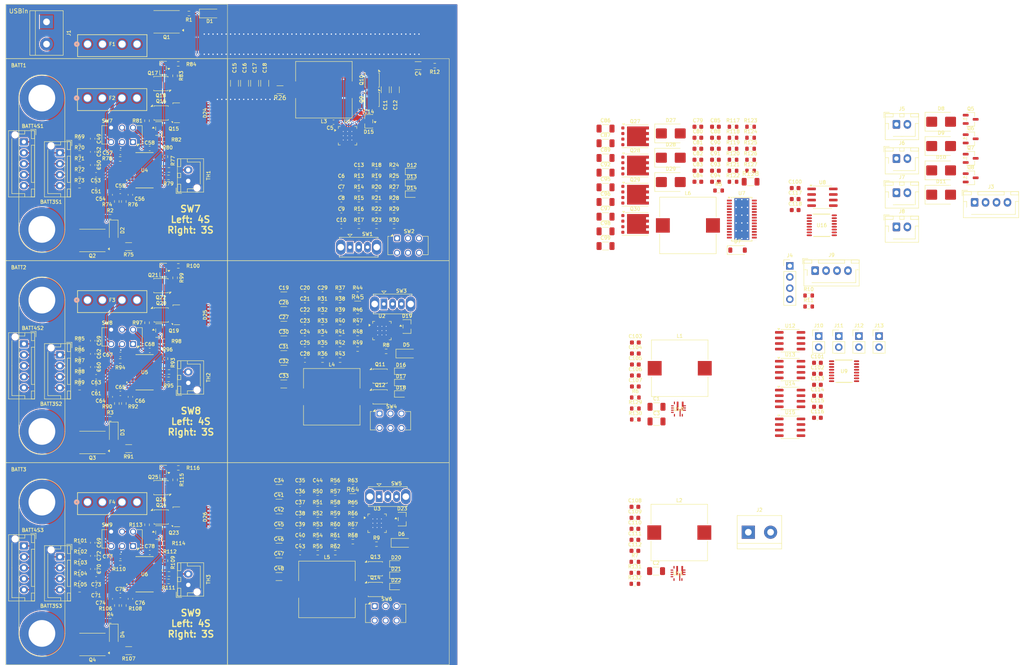
<source format=kicad_pcb>
(kicad_pcb (version 20241229) (generator "pcbnew") (generator_version "9.0")
  (title_block (title "powerdist") (rev "v1") (comment 1 "7mm: <15A (buck-boost i/o)") (comment 2 "3mm: <6A (buck output)") (comment 3 "TRACE WIDTHS:"))
  (layers (0 "F.Cu" signal) (2 "B.Cu" signal) (13 "F.Paste" user) (15 "B.Paste" user) (5 "F.SilkS" user "F.Silkscreen") (7 "B.SilkS" user "B.Silkscreen") (1 "F.Mask" user) (3 "B.Mask" user) (25 "Edge.Cuts" user))
  (net 0 "")
  (net 1 "Net-(BATT1-Pin_2)")
  (net 2 "Net-(BATT1-Pin_1)")
  (net 3 "Net-(BATT2-Pin_1)")
  (net 4 "Net-(BATT2-Pin_2)")
  (net 5 "Net-(BATT3-Pin_1)")
  (net 6 "Net-(BATT3-Pin_2)")
  (net 7 "1BATT3")
  (net 8 "1BATT1")
  (net 9 "1BATT2")
  (net 10 "1BATT-")
  (net 11 "2BATT3")
  (net 12 "2BATT-")
  (net 13 "2BATT2")
  (net 14 "2BATT1")
  (net 15 "3BATT1")
  (net 16 "3BATT-")
  (net 17 "3BATT2")
  (net 18 "3BATT3")
  (net 19 "1BATT4")
  (net 20 "2BATT4")
  (net 21 "3BATT4")
  (net 22 "GND")
  (net 23 "+7.5V")
  (net 24 "+5V")
  (net 25 "Net-(SW2A-C)")
  (net 26 "Net-(C34-Pad1)")
  (net 27 "VAA")
  (net 28 "Net-(C79-Pad2)")
  (net 29 "Net-(C80-Pad2)")
  (net 30 "Net-(C81-Pad2)")
  (net 31 "Net-(C4-Pad1)")
  (net 32 "Net-(U7-SS)")
  (net 33 "Net-(U7-SLOPE)")
  (net 34 "Net-(U7-CSG)")
  (net 35 "Net-(U7-CS)")
  (net 36 "+BATT")
  (net 37 "Net-(U7-VIN)")
  (net 38 "/battcharger3S1/Vref")
  (net 39 "Net-(U7-BIAS)")
  (net 40 "Net-(U1-TTC)")
  (net 41 "/battcharger3S1/REGN")
  (net 42 "/battcharger3S1/CSRP")
  (net 43 "/battcharger3S1/CSRN")
  (net 44 "+12V")
  (net 45 "Net-(U10-BOOT)")
  (net 46 "/battcharger3S1/Vfb")
  (net 47 "/battcharger3S1/BTST")
  (net 48 "Net-(C107-Pad1)")
  (net 49 "Net-(U11-BOOT)")
  (net 50 "/battcharger3S1/PH")
  (net 51 "Net-(C19-Pad1)")
  (net 52 "Net-(C112-Pad1)")
  (net 53 "Net-(D2-K)")
  (net 54 "Vbatt1-")
  (net 55 "Net-(D3-K)")
  (net 56 "Net-(D4-K)")
  (net 57 "Vbatt2-")
  (net 58 "Vbatt3-")
  (net 59 "Net-(D12-A)")
  (net 60 "Net-(D13-A)")
  (net 61 "Net-(D16-A)")
  (net 62 "Net-(D17-A)")
  (net 63 "Net-(D11-A)")
  (net 64 "Net-(J1-Pin_2)")
  (net 65 "Vbatt1")
  (net 66 "Vbatt2")
  (net 67 "Vbatt3")
  (net 68 "Net-(J1-Pin_1)")
  (net 69 "Net-(D20-A)")
  (net 70 "Net-(D21-A)")
  (net 71 "Net-(Q15-D)")
  (net 72 "/battcharger3S2/Vref")
  (net 73 "Net-(U2-TTC)")
  (net 74 "/battcharger3S2/REGN")
  (net 75 "/battcharger3S2/CSRN")
  (net 76 "/battcharger3S2/CSRP")
  (net 77 "Net-(SW7A-C)")
  (net 78 "/battcharger3S2/Vfb")
  (net 79 "/battcharger3S2/PH")
  (net 80 "/battcharger3S2/BTST")
  (net 81 "Net-(SW9A-C)")
  (net 82 "/battcharger4S/Vref")
  (net 83 "Net-(U3-TTC)")
  (net 84 "/battcharger4S/REGN")
  (net 85 "Net-(U7-MODE)")
  (net 86 "Net-(U7-RT{slash}SYNC)")
  (net 87 "Net-(U7-VISNS)")
  (net 88 "Net-(U7-FB)")
  (net 90 "Net-(D22-A)")
  (net 91 "Net-(Q24-D)")
  (net 92 "Net-(D27-K)")
  (net 93 "Net-(J3-Pin_3)")
  (net 94 "Net-(J3-Pin_4)")
  (net 95 "Net-(J3-Pin_1)")
  (net 96 "/battcharger4S/CSRP")
  (net 97 "/battcharger4S/CSRN")
  (net 98 "/battcharger4S/Vfb")
  (net 99 "/battcharger4S/PH")
  (net 100 "/battcharger4S/BTST")
  (net 101 "/battprot1/VC3")
  (net 102 "/battprot1/VC2")
  (net 103 "/battprot1/VC1")
  (net 104 "/battprot1/VC0")
  (net 105 "/battprot1/PSRN")
  (net 106 "/battprot1/PSRP")
  (net 107 "/battprot1/VDD")
  (net 108 "/battprot1/AVDD")
  (net 109 "Net-(SW8A-C)")
  (net 110 "/battprot2/VC3")
  (net 111 "/battprot2/VC2")
  (net 112 "/battprot2/VC1")
  (net 113 "/battprot2/VC0")
  (net 114 "/battprot2/PSRN")
  (net 115 "/battprot2/PSRP")
  (net 116 "/battprot2/VDD")
  (net 117 "/battprot2/AVDD")
  (net 118 "/battprot3/VC3")
  (net 119 "/battprot3/VC2")
  (net 120 "/battprot3/VC1")
  (net 121 "/battprot3/VC0")
  (net 122 "/battprot3/PSRN")
  (net 123 "/battprot3/PSRP")
  (net 124 "/battprot3/VDD")
  (net 125 "/battprot3/AVDD")
  (net 126 "/buckboost/COMP")
  (net 127 "/buckboost/VCC")
  (net 128 "/buckboost/SW1")
  (net 129 "/buckboost/BOOT1")
  (net 130 "/buckboost/SW2")
  (net 131 "/buckboost/BOOT2")
  (net 132 "/buckboost/Vout")
  (net 133 "/buck7V5/Vout")
  (net 134 "/buck7V5/FB")
  (net 135 "/buck5V1/Vout")
  (net 136 "/buck5V1/FB")
  (net 137 "+3V3")
  (net 138 "Net-(D1-K)")
  (net 139 "/CE")
  (net 140 "/battcharger3S1/CE")
  (net 141 "/battcharger3S2/CE")
  (net 142 "/CHG")
  (net 143 "/battcharger3S1/PG")
  (net 144 "Net-(D8-A)")
  (net 145 "Net-(D9-A)")
  (net 146 "/battcharger3S1/STAT2")
  (net 147 "Net-(D10-A)")
  (net 148 "/battcharger3S2/PG")
  (net 149 "/battcharger3S2/STAT2")
  (net 150 "Net-(D14-A)")
  (net 151 "/battcharger4S/PG")
  (net 152 "/battcharger4S/STAT2")
  (net 153 "Net-(D18-A)")
  (net 154 "Net-(J3-Pin_2)")
  (net 155 "Net-(Q16-D)")
  (net 156 "Net-(Q20-D)")
  (net 157 "SDA")
  (net 158 "SCL")
  (net 159 "/battcharger3S1/HIDRV")
  (net 160 "/battcharger3S1/LODRV")
  (net 161 "/battcharger3S2/HIDRV")
  (net 162 "/battcharger3S2/LODRV")
  (net 163 "/battcharger4S/HIDRV")
  (net 164 "/battcharger4S/LODRV")
  (net 165 "/battprot1/DSG")
  (net 166 "/CE1")
  (net 167 "/battprot2/DSG")
  (net 168 "Net-(Q17-D)")
  (net 169 "/CE2")
  (net 170 "Net-(Q19-D)")
  (net 171 "/battprot3/DSG")
  (net 172 "Net-(Q21-D)")
  (net 173 "/CE3")
  (net 174 "/buckboost/HDRV1")
  (net 175 "/buckboost/CS")
  (net 176 "/buckboost/LDRV1")
  (net 177 "/buckboost/HDRV2")
  (net 178 "/buckboost/LDRV2")
  (net 179 "Net-(U1-TS)")
  (net 180 "Net-(SW1-C)")
  (net 181 "Net-(SW1-A)")
  (net 182 "/battcharger3S1/ISET1")
  (net 183 "Net-(SW2A-A)")
  (net 184 "Net-(SW2B-C)")
  (net 185 "/battcharger3S1/ISET2")
  (net 186 "Net-(SW2B-A)")
  (net 187 "Net-(U2-TS)")
  (net 188 "Net-(SW3-C)")
  (net 189 "Net-(SW3-A)")
  (net 190 "/battcharger3S2/ISET1")
  (net 191 "Net-(SW4A-C)")
  (net 192 "Net-(SW4A-A)")
  (net 193 "/battcharger3S2/ISET2")
  (net 194 "Net-(SW4B-C)")
  (net 195 "Net-(SW4B-A)")
  (net 196 "Net-(U3-TS)")
  (net 197 "Net-(SW5-C)")
  (net 198 "Net-(SW5-A)")
  (net 199 "/battcharger4S/ISET1")
  (net 200 "Net-(SW6A-C)")
  (net 201 "Net-(SW6A-A)")
  (net 202 "Net-(SW6B-C)")
  (net 203 "/battcharger4S/ISET2")
  (net 204 "Net-(SW6B-A)")
  (net 205 "/battprot1/Vtb")
  (net 206 "/battprot1/TS")
  (net 207 "Net-(U4-OCDP)")
  (net 208 "Net-(U4-PRES)")
  (net 209 "/battprot2/Vtb")
  (net 210 "/battprot2/TS")
  (net 211 "Net-(U5-OCDP)")
  (net 212 "Net-(U5-PRES)")
  (net 213 "/battprot3/TS")
  (net 214 "/battprot3/Vtb")
  (net 215 "Net-(U6-OCDP)")
  (net 216 "Net-(U6-PRES)")
  (net 217 "/battprot1/CCFG")
  (net 218 "/battprot1/VC4")
  (net 219 "/battprot2/VC4")
  (net 220 "/battprot2/CCFG")
  (net 221 "/battprot3/CCFG")
  (net 222 "/battprot3/VC4")
  (net 235 "/S1")
  (net 236 "/S2")
  (net 237 "/S3")
  (net 238 "/S4")
  (net 239 "Net-(Q23-D)")
  (net 240 "Net-(Q25-D)")
  (net 242 "/ADCpower/SENSE1")
  (net 244 "/ADCstall/SENSE4")
  (net 245 "/ADCstall/SENSE1")
  (net 246 "/ADCstall/SENSE3")
  (net 247 "/ADCstall/SENSE2")
  (net 258 "/ADCpower/SENSE4")
  (net 260 "/ADCpower/SENSE2")
  (net 261 "/ADCpower/SENSE3")
  (footprint "Resistor_SMD:R_0603_1608Metric" (layer "F.Cu") (at 91.9975 137.9)
    (property "Reference" "R58")
    (property "Value" "700k")
  )
  (footprint "powerdist:CONN_3544-2_KEY" (layer "F.Cu") (at 35.470449 31.8925)
    (property "Reference" "F1")
    (property "Value" "3544-2")
  )
  (footprint "Resistor_SMD:R_0603_1608Metric" (layer "F.Cu") (at 182.76 58.274999)
    (property "Reference" "R120")
    (property "Value" "93.1k")
  )
  (footprint "Inductor_SMD:L_Vishay_IHLP-5050" (layer "F.Cu") (at 170.6 105.85)
    (property "Reference" "L1")
    (property "Value" "5.6u")
  )
  (footprint "Resistor_SMD:R_0603_1608Metric" (layer "F.Cu") (at 58.6 24.9 180)
    (property "Reference" "R1")
    (property "Value" "1k")
  )
  (footprint "Resistor_SMD:R_0603_1608Metric" (layer "F.Cu") (at 186.77 50.744999)
    (property "Reference" "R123")
    (property "Value" "100")
  )
  (footprint "Resistor_SMD:R_0603_1608Metric" (layer "F.Cu") (at 33.67488 146.4)
    (property "Reference" "R101")
    (property "Value" "36")
  )
  (footprint "Resistor_SMD:R_0603_1608Metric" (layer "F.Cu") (at 97.39 63.415)
    (property "Reference" "R13")
    (property "Value" "895")
  )
  (footprint "Resistor_SMD:R_1206_3216Metric" (layer "F.Cu") (at 44.833631 78.1 180)
    (property "Reference" "R75")
    (property "Value" "5m")
  )
  (footprint "Capacitor_SMD:C_0603_1608Metric" (layer "F.Cu") (at 83.9775 140.41)
    (property "Reference" "C38")
    (property "Value" "1u")
  )
  (footprint "Connector_JST:JST_XH_B5B-XH-AM_1x05_P2.50mm_Vertical" (layer "F.Cu") (at 20.94988 146.4 -90)
    (property "Reference" "BATT4S3")
    (property "Value" "Conn_01x04_Pin")
  )
  (footprint "Capacitor_SMD:C_0603_1608Metric" (layer "F.Cu") (at 40.633631 66.275 -90)
    (property "Reference" "C54")
    (property "Value" "100n")
  )
  (footprint "powerdist:CONN_3544-2_KEY" (layer "F.Cu") (at 35.433631 44.2)
    (property "Reference" "F2")
    (property "Value" "3544-2")
  )
  (footprint "Connector_JST:JST_XH_B2B-XH-AM_1x02_P2.50mm_Vertical" (layer "F.Cu") (at 58.433631 63.1 90)
    (property "Reference" "TH1")
    (property "Value" "103AT-11")
  )
  (footprint "Capacitor_SMD:C_0603_1608Metric" (layer "F.Cu") (at 42.94988 157.7)
    (property "Reference" "C75")
    (property "Value" "100n")
  )
  (footprint "Package_SO:HTSSOP-28-1EP_4.4x9.7mm_P0.65mm_EP3.4x9.5mm_ThermalVias" (layer "F.Cu") (at 184.77 71.814999)
    (property "Reference" "U7")
    (property "Value" "LM5176PWP")
  )
  (footprint "Resistor_SMD:R_0603_1608Metric" (layer "F.Cu") (at 33.658631 56.7)
    (property "Reference" "R70")
    (property "Value" "36")
  )
  (footprint "Package_SON:VSONP-8-1EP_5x6_P1.27mm" (layer "F.Cu") (at 160.42 72.920675)
    (property "Reference" "Q30")
    (property "Value" "CSD18514Q5A")
  )
  (footprint "Capacitor_SMD:C_1206_3216Metric" (layer "F.Cu") (at 153.67 54.514999)
    (property "Reference" "C87")
    (property "Value" "47u")
  )
  (footprint "Resistor_SMD:R_0603_1608Metric" (layer "F.Cu") (at 52.858631 53.6)
    (property "Reference" "R82")
    (property "Value" "1M")
  )
  (footprint "Capacitor_SMD:C_0603_1608Metric" (layer "F.Cu") (at 37.42488 156.4 180)
    (property "Reference" "C71")
    (property "Value" "100n")
  )
  (footprint "Capacitor_SMD:C_0603_1608Metric" (layer "F.Cu") (at 45.233631 66.275 90)
    (property "Reference" "C56")
    (property "Value" "100n")
  )
  (footprint "Resistor_SMD:R_0603_1608Metric" (layer "F.Cu") (at 97.1075 93.95)
    (property "Reference" "R46")
    (property "Value" "120k")
  )
  (footprint "Diode_SMD:D_SMB" (layer "F.Cu") (at 230.25 66.25)
    (property "Reference" "D11")
    (property "Value" "10BQ030")
  )
  (footprint "Capacitor_SMD:C_0603_1608Metric" (layer "F.Cu") (at 202.025 112.139999)
    (property "Reference" "C114")
    (property "Value" "100n")
  )
  (footprint "powerdist:CONN_3544-2_KEY" (layer "F.Cu") (at 35.44988 136.4)
    (property "Reference" "F4")
    (property "Value" "3544-2")
  )
  (footprint "Capacitor_SMD:C_1206_3216Metric" (layer "F.Cu") (at 75.9 40.825 90)
    (property "Reference" "C18")
    (property "Value" "10u")
  )
  (footprint "Capacitor_SMD:C_0603_1608Metric" (layer "F.Cu") (at 160.37 139.99)
    (property "Reference" "C109")
    (property "Value" "10u")
  )
  (footprint "Capacitor_SMD:C_0603_1608Metric" (layer "F.Cu") (at 40.64988 158.475 -90)
    (property "Reference" "C74")
    (property "Value" "100n")
  )
  (footprint "Resistor_SMD:R_0603_1608Metric" (layer "F.Cu") (at 93.0975 103.99)
    (property "Reference" "R43")
    (property "Value" "76.8k")
  )
  (footprint "Capacitor_SMD:C_0603_1608Metric" (layer "F.Cu") (at 174.74 60.784999)
    (property "Reference" "C83")
    (property "Value" "100n")
  )
  (footprint "Capacitor_SMD:C_1206_3216Metric" (layer "F.Cu") (at 165.3 118)
    (property "Reference" "C3")
    (property "Value" "47u")
  )
  (footprint "Resistor_SMD:R_0603_1608Metric" (layer "F.Cu") (at 93.0975 96.46)
    (property "Reference" "R40")
    (property "Value" "100k")
  )
  (footprint "LED_SMD:LED_0603_1608Metric" (layer "F.Cu") (at 105.8875 153.08)
    (property "Reference" "D21")
    (property "Value" "LTST-C190KSKT")
  )
  (footprint "Resistor_SMD:R_0603_1608Metric" (layer "F.Cu") (at 87.9875 147.94)
    (property "Reference" "R55")
    (property "Value" "500k")
  )
  (footprint "Resistor_SMD:R_0603_1608Metric" (layer "F.Cu") (at 33.67488 102.8)
    (property "Reference" "R86")
    (property "Value" "36")
  )
  (footprint "Package_TO_SOT_SMD:SOT-23" (layer "F.Cu") (at 52.71238 83.45 180)
    (property "Reference" "Q21")
    (property "Value" "L2N7002SLLT1G")
  )
  (footprint "Capacitor_SMD:C_1206_3216Metric" (layer "F.Cu") (at 79.1475 153.4)
    (property "Reference" "C48")
    (property "Value" "10u")
  )
  (footprint "Connector_JST:JST_XH_B4B-XH-AM_1x04_P2.50mm_Vertical" (layer "F.Cu") (at 29.14988 148.9 -90)
    (property "Reference" "BATT3S3")
    (property "Value" "Conn_01x03_Pin")
  )
  (footprint "Resistor_SMD:R_0603_1608Metric" (layer "F.Cu") (at 91.9975 145.43)
    (property "Reference" "R61")
    (property "Value" "44.2k")
  )
  (footprint "Resistor_SMD:R_0603_1608Metric" (layer "F.Cu") (at 42.14988 160 -90)
    (property "Reference" "R106")
    (property "Value" "100")
  )
  (footprint "Capacitor_SMD:C_0603_1608Metric" (layer "F.Cu") (at 202.025 109.629999)
    (property "Reference" "C113")
    (property "Value" "100n")
  )
  (footprint "Resistor_SMD:R_0603_1608Metric" (layer "F.Cu") (at 96.0075 145.43)
    (property "Reference" "R68")
    (property "Value" "13k")
  )
  (footprint "Resistor_SMD:R_0603_1608Metric" (layer "F.Cu") (at 53.24988 149.775 90)
    (property "Reference" "R112")
    (property "Value" "10k")
  )
  (footprint "Connector_JST:JST_XH_B4B-XH-AM_1x04_P2.50mm_Vertical" (layer "F.Cu") (at 237.895 68)
    (property "Reference" "J3")
    (property "Value" "Conn_01x04_Socket")
  )
  (footprint "Capacitor_SMD:C_0603_1608Metric" (layer "F.Cu") (at 178.75 55.764999)
    (property "Reference" "C90")
    (property "Value" "1u")
  )
  (footprint "Package_SO:Vishay_PowerPAK_1212-8_Single" (layer "F.Cu") (at 102.2375 112.39)
    (property "Reference" "Q12")
    (property "Value" "SIS412DN")
  )
  (footprint "Connector_JST:JST_XH_B2B-XH-AM_1x02_P2.50mm_Vertical" (layer "F.Cu") (at 220.055 50.2)
    (property "Reference" "J5")
    (property "Value" "Conn_01x02_Socket")
  )
  (footprint "Package_SO:PowerPAK_SO-8_Single" (layer "F.Cu") (at 53.505 26.8 180)
    (property "Reference" "Q1")
    (property "Value" "SI4178DY")
  )
  (footprint "Resistor_SMD:R_0603_1608Metric" (layer "F.Cu") (at 91.9975 147.94)
    (property "Reference" "R62")
    (property "Value" "76.8k")
  )
  (footprint "Resistor_SMD:R_0603_1608Metric" (layer "F.Cu") (at 101.4 146)
    (property "Reference" "R9")
    (property "Value" "20k")
  )
  (footprint "Diode_SMD:D_SOD-123" (layer "F.Cu") (at 41.44988 120.5 -90)
    (property "Reference" "D3")
    (property "Value" "BZT52")
  )
  (footprint "Resistor_SMD:R_1206_3216Metric" (layer "F.Cu") (at 186.77 63.294999)
    (property "Reference" "R128")
    (property "Value" "6m")
  )
  (footprint "Package_SO:Vishay_PowerPAK_1212-8_Single" (layer "F.Cu") (at 52.261131 47.6)
    (property "Reference" "Q16")
    (property "Value" "SIS412DN")
  )
  (footprint "Resistor_SMD:R_0603_1608Metric" (layer "F.Cu") (at 87.9875 145.43)
    (property "Reference" "R54")
    (property "Value" "100k")
  )
  (footprint "Capacitor_SMD:C_0603_1608Metric" (layer "F.Cu") (at 174.74 58.274999)
    (property "Reference" "C82")
    (property "Value" "270p")
  )
  (footprint "LED_SMD:LED_0603_1608Metric" (layer "F.Cu") (at 109.46 66.125)
    (property "Reference" "D14")
    (property "Value" "LTST-C190GKT")
  )
  (footprint "Capacitor_SMD:C_0603_1608Metric" (layer "F.Cu") (at 160.37 142.5)
    (property "Reference" "C110")
    (property "Value" "100n")
  )
  (footprint "Diode_SMD:D_SOD-123" (layer "F.Cu") (at 108.2 102.5)
    (property "Reference" "D5")
    (property "Value" "1N4148W")
  )
  (footprint "Diode_SMD:D_SMB" (layer "F.Cu") (at 230.25 49.6)
    (property "Reference" "D8")
    (property "Value" "10BQ030")
  )
  (footprint "Resistor_SMD:R_0603_1608Metric" (layer "F.Cu") (at 96.0075 137.9)
    (property "Reference" "R65")
    (property "Value" "120k")
  )
  (footprint "Resistor_SMD:R_0603_1608Metric" (layer "F.Cu") (at 89.0875 98.97)
    (property "Reference" "R34")
    (property "Value" "895")
  )
  (footprint "Button_Switch_THT:SW_CK_JS202011CQN_DPDT_Straight" (layer "F.Cu") (at 102.0975 116.185)
    (property "Reference" "SW4")
    (property "Value" "JS202011CQN")
  )
  (footprint "Capacitor_SMD:C_0603_1608Metric" (layer "F.Cu") (at 40.64988 112.375 -90)
    (property "Reference" "C64")
    (property "Value" "100n")
  )
  (footprint "Resistor_SMD:R_0603_1608Metric" (layer "F.Cu") (at 160.37 152.54)
    (property "Reference" "R131")
    (property "Value" "10k")
  )
  (footprint "Package_TO_SOT_SMD:TO-277A" (layer "F.Cu") (at 58.11488 139.76 90)
    (property "Reference" "D26")
    (property "Value" "MBR15U60")
  )
  (footprint "Resistor_SMD:R_0603_1608Metric" (layer "F.Cu") (at 87.9875 135.39)
    (property "Reference" "R50")
    (property "Value" "2")
  )
  (footprint "Capacitor_SMD:C_0603_1608Metric" (layer "F.Cu") (at 36.64988 102.575 -90)
    (property "Reference" "C62")
    (property "Value" "100n")
  )
  (footprint "Connector_JST:JST_XH_B2B-XH-AM_1x02_P2.50mm_Vertical" (layer "F.Cu") (at 220.055 65.8)
    (property "Reference" "J7")
    (property "Value" "Conn_01x02_Socket")
  )
  (footprint "Capacitor_SMD:C_0603_1608Metric" (layer "F.Cu") (at 202.025 114.649999)
    (property "Reference" "C115")
    (property "Value" "100n")
  )
  (footprint "Package_SO:Vishay_PowerPAK_1212-8_Single" (layer "F.Cu") (at 100.4 40.1 -90)
    (property "Reference" "Q10")
    (property "Value" "SIS412DN")
  )
  (footprint "Capacitor_SMD:C_1206_3216Metric" (layer "F.Cu") (at 153.67 77.964999)
    (property "Reference" "C99")
    (property "Value" "39u")
  )
  (footprint "Package_SO:Vishay_PowerPAK_1212-8_Single" (layer "F.Cu") (at 101.1375 156.34)
    (property "Reference" "Q14")
    (property "Value" "SIS412DN")
  )
  (footprint "Button_Switch_THT:SW_Slide_SPDT_Straight_CK_OS102011MS2Q" (layer "F.Cu") (at 95.35 78.23)
    (property "Reference" "SW1")
    (property "Value" "OS102011M")
  )
  (footprint "Capacitor_SMD:C_0603_1608Metric" (layer "F.Cu") (at 45.24988 158.475 90)
    (property "Reference" "C76")
    (property "Value" "100n")
  )
  (footprint "Capacitor_SMD:C_0603_1608Metric" (layer "F.Cu") (at 202.025 117.159999)
    (property "Reference" "C116")
    (property "Value" "100n")
  )
  (footprint "Capacitor_SMD:C_0603_1608Metric" (layer "F.Cu") (at 91.6 49.7 180)
    (property "Reference" "C5")
    (property "Value" "1u")
  )
  (footprint "Resistor_SMD:R_0603_1608Metric" (layer "F.Cu") (at 87.9875 142.92)
    (property "Reference" "R53")
    (property "Value" "895")
  )
  (footprint "Diode_SMD:D_SOD-123" (layer "F.Cu") (at 183.8 78.9)
    (property "Reference" "D7")
    (property "Value" "1N4148W")
  )
  (footprint "LED_SMD:LED_0603_1608Metric" (layer "F.Cu") (at 105.8875 155.67)
    (property "Reference" "D22")
    (property "Value" "LTST-C190GKT")
  )
  (footprint "Resistor_SMD:R_0603_1608Metric" (layer "F.Cu") (at 43.733631 67.8 90)
    (property "Reference" "R76")
    (property "Value" "100")
  )
  (footprint "Connector_PinHeader_2.54mm:PinHeader_1x02_P2.54mm_Vertical" (layer "F.Cu") (at 206.905 98.509999)
    (property "Reference" "J11")
    (property "Value" "Conn_01x02_Pin")
  )
  (footprint "powerdist:ADS1119" (layer "F.Cu") (at 208.105003 106.529999)
    (property "Reference" "U9")
    (property "Value" "ADS1119IPWR")
  )
  (footprint "Capacitor_SMD:C_0603_1608Metric" (layer "F.Cu") (at 160.37 145.01)
    (property "Reference" "C111")
    (property "Value" "100n")
  )
  (footprint "Package_DFN_QFN:VQFN-24-1EP_4x4mm_P0.5mm_EP2.45x2.45mm_ThermalVias" (layer "F.Cu") (at 101.5425 141.22)
    (property "Reference" "U3")
    (property "Value" "BQ24610")
  )
  (footprint "Capacitor_SMD:C_1206_3216Metric" (layer "F.Cu") (at 105.7 42.3 90)
    (property "Reference" "C12")
    (property "Value" "10u")
  )
  (footprint "Resistor_SMD:R_0603_1608Metric" (layer "F.Cu") (at 56.158631 36.4 180)
    (property "Reference" "R84")
    (property "Value" "1M")
  )
  (footprint "Connector_PinHeader_2.54mm:PinHeader_1x02_P2.54mm_Vertical" (layer "F.Cu") (at 211.495 98.509999)
    (property "Reference" "J12")
    (property "Value" "Conn_01x02_Pin")
  )
  (footprint "Resistor_SMD:R_0603_1608Metric" (layer "F.Cu") (at 182.76 55.764999)
    (property "Reference" "R119")
    (property "Value" "3.4k")
  )
  (footprint "Capacitor_SMD:C_1206_3216Metric" (layer "F.Cu") (at 153.67 51.164999)
    (property "Reference" "C86")
    (property "Value" "47u")
  )
  (footprint "Capacitor_SMD:C_0603_1608Metric" (layer "F.Cu") (at 160.47 99.98)
    (property "Reference" "C103")
    (property "Value" "10u")
  )
  (footprint "Resistor_SMD:R_0603_1608Metric" (layer "F.Cu") (at 93.0975 93.95)
    (property "Reference" "R39")
    (property "Value" "700k")
  )
  (footprint "Capacitor_SMD:C_1206_3216Metric" (layer "F.Cu") (at 80.2475 102.75)
    (property "Reference" "C31")
    (property "Value" "10u")
  )
  (footprint "Resistor_SMD:R_0603_1608Metric" (layer "F.Cu") (at 33.67488 107.8)
    (property "Reference" "R88")
    (property "Value" "36")
  )
  (footprint "Resistor_SMD:R_0603_1608Metric" (layer "F.Cu") (at 33.64988 156.4)
    (property "Reference" "R105")
    (property "Value" "36")
  )
  (footprint "Resistor_SMD:R_0603_1608Metric" (layer "F.Cu") (at 53.933631 62.3 180)
    (property "Reference" "R79")
    (property "Value" "750k")
  )
  (footprint "Resistor_SMD:R_0603_1608Metric" (layer "F.Cu") (at 89.0875 93.95)
    (property "Reference" "R32")
    (property "Value" "895")
  )
  (footprint "Capacitor_SMD:C_1206_3216Metric" (layer "F.Cu") (at 103.4 42.3 90)
    (property "Reference" "C11")
    (property "Value" "10u")
  )
  (footprint "Diode_SMD:D_SMB" (layer "F.Cu") (at 230.25 60.7)
    (property "Reference" "D10")
    (property "Value" "10BQ030")
  )
  (footprint "powerdist:TSSOP24_4P4X7P8_THT_TEX" (layer "F.Cu") (at 48.47723 106.774999)
    (property "Reference" "U5")
    (property "Value" "BQ7791508PWR")
  )
  (footprint "Resistor_SMD:R_0603_1608Metric" (layer "F.Cu") (at 160.47 117.55)
    (property "Reference" "R130")
    (property "Value" "20k")
  )
  (footprint "Capacitor_SMD:C_0603_1608Metric" (layer "F.Cu") (at 37.42488 153.9)
    (property "Reference" "C73")
    (property "Value" "100n")
  )
  (footprint "Capacitor_SMD:C_1206_3216Metric" (layer "F.Cu") (at 79.1475 140)
    (property "Reference" "C42")
    (property "Value" "10u")
  )
  (footprint "Capacitor_SMD:C_1206_3216Metric" (layer "F.Cu") (at 71.3 40.825 90)
    (property "Reference" "C16")
    (property "Value" "10u")
  )
  (footprint "Resistor_SMD:R_0603_1608Metric" (layer "F.Cu") (at 43.74988 113.9 90)
    (property "Reference" "R92")
    (property "Value" "100")
  )
  (footprint "Package_TO_SOT_SMD:SOT-23" (layer "F.Cu") (at 52.696131 37.35 180)
    (property "Reference" "Q17")
    (property "Value" "L2N7002SLLT1G")
  )
  (footprint "Resistor_SMD:R_0603_1608Metric" (layer "F.Cu") (at 101.4 63.415)
    (property "Reference" "R19")
    (property "Value" "500k")
  )
  (footprint "Capacitor_SMD:C_0603_1608Metric" (layer "F.Cu") (at 83.9775 137.9)
    (property "Reference" "C37")
    (property "Value" "33n")
  )
  (footprint "Capacitor_SMD:C_0603_1608Metric" (layer "F.Cu") (at 83.9775 142.92)
    (property "Reference" "C39")
    (property "Value" "100n")
  )
  (footprint "Package_TO_SOT_SMD:SOT-23-3" (layer "F.Cu") (at 99.6375 49.5 180)
    (property "Reference" "D15")
    (property "Value" "BAT54CL")
  )
  (footprint "Resistor_SMD:R_0603_1608Metric" (layer "F.Cu") (at 33.658631 61.7)
    (property "Reference" "R72")
    (property "Value" "36")
  )
  (footprint "Capacitor_SMD:C_0603_1608Metric" (layer "F.Cu") (at 196.94 69.754999)
    (property "Reference" "C118")
    (property "Value" "100n")
  )
  (footprint "Resistor_SMD:R_0603_1608Metric" (layer "F.Cu") (at 186.77 53.254999)
    (property "Reference" "R124")
    (property "Value" "2k")
  )
  (footprint "Resistor_SMD:R_0603_1608Metric" (layer "F.Cu") (at 101.4 65.925)
    (property "Reference" "R20")
    (property "Value" "700k")
  )
  (footprint "Resistor_SMD:R_0603_1608Metric" (layer "F.Cu") (at 97.1075 101.48)
    (property "Reference" "R49")
    (property "Value" "13k")
  )
  (footprint "Capacitor_SMD:C_0603_1608Metric" (layer "F.Cu") (at 83.9775 135.39)
    (property "Reference" "C36")
    (property "Value" "1u")
  )
  (footprint "Package_SO:Vishay_PowerPAK_1212-8_Single" (layer "F.Cu") (at 101.1375 151.615)
    (property "Reference" "Q13")
    (property "Value" "SIS412DN")
  )
  (footprint "powerdist:CONN_3544-2_KEY" (layer "F.Cu") (at 35.44988 90.3)
    (property "Reference" "F3")
    (property "Value" "3544-2")
  )
  (footprint "Resistor_SMD:R_0603_1608Metric" (layer "F.Cu") (at 54.04988 106.7)
    (property "Reference" "R93")
    (property "Value" "10k")
  )
  (footprint "Capacitor_SMD:C_0603_1608Metric" (layer "F.Cu") (at 42.97488 148.8 180)
    (property "Reference" "C77")
    (property "Value" "1u")
  )
  (footprint "Capacitor_SMD:C_0603_1608Metric" (layer "F.Cu") (at 93.38 65.925)
    (property "Reference" "C7")
    (property "Value" "33n")
  )
  (footprint "Capacitor_SMD:C_0603_1608Metric" (layer "F.Cu") (at 178.75 50.744999)
    (property "Reference" "C85")
    (property "Value" "100n")
  )
  (footprint "Diode_SMD:D_SOD-123" (layer "F.Cu") (at 41.44988 166.6 -90)
    (property "Reference" "D4")
    (property "Value" "BZT52")
  )
  (footprint "Resistor_SMD:R_0603_1608Metric" (layer "F.Cu") (at 101.4 60.905)
    (property "Reference" "R18")
    (property "Value" "500k")
  )
  (footprint "Connector_JST:JST_XH_B4B-XH-AM_1x04_P2.50mm_Vertical" (layer "F.Cu") (at 201.495 83.574999)
    (property "Reference" "J9")
    (property "Value" "Conn_01x04_Socket")
  )
  (footprint "Resistor_SMD:R_0603_1608Metric" (layer "F.Cu") (at 42.908631 58.1)
    (property "Reference" "R78")
    (property "Value" "1k")
  )
  (footprint "Resistor_SMD:R_0603_1608Metric" (layer "F.Cu") (at 54.033631 60.6)
    (property "Reference" "R77")
    (property "Value" "10k")
  )
  (footprint "Resistor_SMD:R_0603_1608Metric" (layer "F.Cu") (at 53.94988 108.4 180)
    (property "Reference" "R95")
    (property "Value" "750k")
  )
  (footprint "Resistor_SMD:R_0603_1608Metric" (layer "F.Cu") (at 105.41 63.415)
    (property "Reference" "R25")
    (property "Value" "26.1k")
  )
  (footprint "Resistor_SMD:R_0603_1608Metric" (layer "F.Cu") (at 89.0875 96.46)
    (property "Reference" "R33")
    (property "Value" "895")
  )
  (footprint "Resistor_SMD:R_0603_1608Metric" (layer "F.Cu") (at 49.04988 95.475 -90)
    (property "Reference" "R97")
    (property "Value" "1M")
  )
  (footprint "Connector_JST:JST_XH_B2B-XH-AM_1x02_P2.50mm_Vertical" (layer "F.Cu") (at 58.44988 109.2 90)
    (property "Reference" "TH2")
    (property "Value" "103AT-11")
  )
  (footprint "Connector_PinHeader_2.54mm:PinHeader_1x02_P2.54mm_Vertical" (layer "F.Cu") (at 202.315 98.509999)
    (property "Reference" "J10")
    (property "Value" "Conn_01x02_Pin")
  )
  (footprint "Resistor_SMD:R_0603_1608Metric" (layer "F.Cu") (at 33.67488 153.9)
    (property "Reference" "R104")
    (property "Value" "36")
  )
  (footprint "Capacitor_SMD:C_1206_3216Metric" (layer "F.Cu") (at 153.67 67.914999)
    (property "Reference" "C96")
    (property "Value" "22u")
  )
  (footprint "Capacitor_SMD:C_1206_3216Metric" (layer "F.Cu") (at 80.2475 106.1)
    (property "Reference" "C32")
    (property "Value" "10u")
  )
  (footprint "LED_SMD:LED_0603_1608Metric" (layer "F.Cu") (at 105.8875 150.49)
    (property "Reference" "D20")
    (property "Value" "LTST-C190KRKT")
  )
  (footprint "powerdist:RPA0010A" (layer "F.Cu") (at 170.224999 152.674999)
    (property "Reference" "U11")
    (property "Value" "TPS56637RPAR")
  )
  (footprint "Resistor_SMD:R_0603_1608Metric" (layer "F.Cu") (at 105.41 73.455)
    (property "Reference" "R30")
    (property "Value" "13k")
  )
  (footprint "Capacitor_SMD:C_0603_1608Metric" (layer "F.Cu") (at 174.74 50.744999)
    (property "Reference" "C79")
    (property "Value" "3.3n")
  )
  (footprint "Capacitor_SMD:C_0603_1608Metric" (layer "F.Cu") (at 83.9775 145.43)
    (property "Reference" "C40")
    (property "Value" "100n")
  )
  (footprint "powerdist:RPA0010A" (layer "F.Cu") (at 170.324999 115.174999)
    (property "Reference" "U10")
    (property "Value" "TPS56637RPAR")
  )
  (footprint "Resistor_SMD:R_0603_1608Metric" (layer "F.Cu") (at 93.0975 98.97)
    (property "Reference" "R41")
    (property "Value" "57.6k")
  )
  (footprint "Resistor_SMD:R_0603_1608Metric" (layer "F.Cu") (at 186.77 60.784999)
    (property "Reference" "R127")
    (property "Value" "20k")
  )
  (footprint "Capacitor_SMD:C_0603_1608Metric" (layer "F.Cu") (at 85.0775 91.44)
    (property "Reference" "C21")
    (property "Value" "1u")
  )
  (footprint "Resistor_SMD:R_0603_1608Metric" (layer "F.Cu") (at 56.17488 128.6 180)
    (property "Reference" "R116")
    (property "Value" "1M")
  )
  (footprint "Resistor_SMD:R_1206_3216Metric" (layer "F.Cu") (at 44.84988 124.2 180)
    (property "Reference" "R91")
    (property "Value" "5m")
  )
  (footprint "Resistor_SMD:R_0603_1608Metric" (layer "F.Cu") (at 91.9975 132.88)
    (property "Reference" "R56")
    (property "Value" "500k")
  )
  (footprint "Resistor_SMD:R_0603_1608Metric" (layer "F.Cu") (at 89.0875 103.99)
    (property "Reference" "R36")
    (property "Value" "500k")
  )
  (footprint "Capacitor_SMD:C_0603_1608Metric" (layer "F.Cu") (at 178.75 53.254999)
    (property "Reference" "C88")
    (property "Value" "100n")
  )
  (footprint "Resistor_SMD:R_0603_1608Metric" (layer "F.Cu") (at 40.62488 117.4)
    (property "Reference" "R3")
    (property "Value" "1k")
  )
  (footprint "LED_SMD:LED_0603_1608Metric" (layer "F.Cu") (at 106.9875 111.72)
    (property "Reference" "D18")
    (property "Value" "LTST-C190GKT")
  )
  (footprint "Package_TO_SOT_SMD:SOT-23-3" (layer "F.Cu") (at 236.995 62.4)
    (property "Reference" "Q8")
    (property "Value" "DMN2056U")
  )
  (footprint "powerdist:TSSOP24_4P4X7P8_THT_TEX" (layer "F.Cu") (at 48.460981 60.674999)
    (property "Reference" "U4")
    (property "Value" "BQ7791508PWR")
  )
  (footprint "Capacitor_SMD:C_0603_1608Metric" (layer "F.Cu") (at 93.38 63.415)
    (property "Reference" "C6")
    (property "Value" "1u")
  )
  (footprint "Package_SO:SOIC-8_3.9x4.9mm_P1.27mm" (layer "F.Cu") (at 195.795 119.329999)
    (property "Reference" "U15")
    (property "Value" "ACS724LLCTR-10AU")
  )
  (footprint "Button_Switch_THT:SW_Slide_SPDT_Straight_CK_OS102011MS2Q" (layer "F.Cu") (at 103.0875 91.195)
    (property "Reference" "SW3")
    (property "Value" "OS102011M")
  )
  (footprint "Diode_SMD:D_SMB" (layer "F.Cu") (at 168.565 63.364999)
    (property "Reference" "D29")
    (property "Value" "10BQ030")
  )
  (footprint "Package_SO:Vishay_PowerPAK_1212-8_Single" (layer "F.Cu") (at 102.2375 107.665)
    (property "Reference" "Q11")
    (property "Value" "SIS412DN")
  )
  (footprint "Capacitor_SMD:C_1206_3216Metric" (layer "F.Cu") (at 153.67 71.264999)
    (property "Reference" "C97")
    (property "Value" "22u")
  )
  (footprint "Diode_SMD:D_SMB" (layer "F.Cu") (at 168.565 52.264999)
    (property "Reference" "D27")
    (property "Value" "10BQ030")
  )
  (footprint "Diode_SMD:D_SOD-123" (layer "F.Cu") (at 107.1 145.7)
    (property "Reference" "D6")
    (property "Value" "1N4148W")
  )
  (footprint "Connector_JST:JST_XH_B2B-XH-AM_1x02_P2.50mm_Vertical" (layer "F.Cu") (at 58.44988 155.3 90)
    (property "Reference" "TH3")
    (property "Value" "103AT-11")
  )
  (footprint "LED_SMD:LED_0603_1608Metric" (layer "F.Cu") (at 106.9875 106.54)
    (property "Reference" "D16")
    (property "Value" "LTST-C190KRKT")
  )
  (footprint "Resistor_SMD:R_0603_1608Metric" (layer "F.Cu") (at 40.608631 71.3)
    (property "Reference" "R2")
    (property "Value" "1k")
  )
  (footprint "Capacitor_SMD:C_1206_3216Metric" (layer "F.Cu") (at 80.2475 109.45)
    (property "Reference" "C33")
    (property "Value" "10u")
  )
  (footprint "Package_TO_SOT_SMD:SOT-23-3" (layer "F.Cu") (at 108.3675 96.34)
    (property "Reference" "D19")
    (property "Value" "BAT54CL")
  )
  (footprint "Resistor_SMD:R_1206_3216Metric" (layer "F.Cu") (at 97.1075 91.44)
    (property "Reference" "R45")
    (property "Value" "10m")
  )
  (footprint "Capacitor_SMD:C_0603_1608Metric" (layer "F.Cu") (at 87.9875 132.88)
    (property "Reference" "C44")
    (property "Value" "100n")
  )
  (footprint "Resistor_SMD:R_0603_1608Metric" (layer "F.Cu") (at 97.39 73.455)
    (property "Reference" "R17")
    (property "Value" "500k")
  )
  (footprint "Capacitor_SMD:C_0603_1608Metric" (layer "F.Cu") (at 36.633631 56.475 -90)
    (property "Reference" "C52")
    (property "Value" "100n")
  )
  (footprint "Capacitor_SMD:C_0603_1608Metric" (layer "F.Cu") (at 85.0775 96.46)
    (property "Reference" "C23")
    (property "Value" "1u")
  )
  (footprint "Inductor_SMD:L_Vishay_IHLP-5050" (layer "F.Cu") (at 170.5 143.35)
    (property "Reference" "L2")
    (property "Value" "3.3u")
  )
  (footprint "Resistor_SMD:R_0603_1608Metric" (layer "F.Cu") (at 42.14988 113.9 -90)
    (property "Reference" "R90")
    (property "Value" "100")
  )
  (footprint "powerdist:TSSOP24_4P4X7P8_THT_TEX" (layer "F.Cu") (at 48.47723 152.874999)
    (property "Reference" "U6")
    (property "Value" "BQ7791508PWR")
  )
  (footprint "Package_SON:VSONP-8-1EP_5x6_P1.27mm" (layer "F.Cu") (at 160.42 52.928918)
    (property "Reference" "Q27")
    (property "Value" "CSD18514Q5A")
  )
  (footprint "Package_TO_SOT_SMD:SOT-23" (layer "F.Cu") (at 51.78738 143.35)
    (property "Reference" "Q23")
    (property "Value" "L2N7002SLLT1G")
  )
  (footprint "Resistor_SMD:R_1206_3216Metric" (layer "F.Cu") (at 79.385 42.3 180)
    (property "Reference" "R26")
    (property "Value" "10m")
  )
  (footprint "Button_Switch_THT:SW_CK_JS202011CQN_DPDT_Straight" (layer "F.Cu") (at 45.833631 54.2425 180)
    (property "Reference" "SW7")
    (property "Value" "JS202011CQN")
  )
  (footprint "Capacitor_SMD:C_1206_3216Metric" (layer "F.Cu") (at 79.1475 133.3)
    (property "Reference" "C34")
    (property "Value" "2.2u")
  )
  (footprint "Capacitor_SMD:C_0603_1608Metric" (layer "F.Cu") (at 160.37 137.48)
    (property "Reference" "C108")
    (property "Value" "10u")
  )
  (footprint "Package_TO_SOT_SMD:TO-277A" (layer "F.Cu") (at 58.11488 93.66 90)
    (property "Reference" "D25")
    (property "Value" "MBR15U60")
  )
  (footprint "Package_SO:PowerPAK_SO-8_Single" (layer "F.Cu") (at 36.57988 122.795 180)
    (property "Reference" "Q3")
    (property "Value" "SI4178DY")
  )
  (footprint "Connector_JST:JST_XH_B2B-XH-AM_1x02_P2.50mm_Vertical" (layer "F.Cu") (at 220.055 58)
    (property "Reference" "J6")
    (property "Value" "Conn_01x02_Socket")
  )
  (footprint "Resistor_SMD:R_0603_1608Metric" (layer "F.Cu") (at 105.41 70.945)
    (property "Reference" "R29")
    (property "Value" "90.9k")
  )
  (footprint "Package_TO_SOT_SMD:SOT-23-3" (layer "F.Cu") (at 236.995 53.5)
    (property "Reference" "Q6")
    (property "Value" "DMN2056U")
  )
  (footprint "Resistor_SMD:R_0603_1608Metric" (layer "F.Cu") (at 160.37 150.03)
    (property "Reference" "R7")
    (property "Value" "75k")
  )
  (footprint "Button_Switch_THT:SW_CK_JS202011CQN_DPDT_Straight" (layer "F.Cu") (at 45.84988 100.3425 180)
    (property "Reference" "SW8")
    (property "Value" "JS202011CQN")
  )
  (footprint "Package_SO:Vishay_PowerPAK_1212-8_Single" (layer "F.Cu") (at 52.20738 87 180)
    (property "Reference" "Q22")
    (property "Value" "SIS412DN")
  )
  (footprint "Resistor_SMD:R_0603_1608Metric" (layer "F.Cu") (at 40.62488 163.5)
    (property "Reference" "R4")
    (property "Value" "1k")
  )
  (footprint "Resistor_SMD:R_0603_1608Metric" (layer "F.Cu") (at 33.67488 151.4)
    (property "Reference" "R103")
    (property "Value" "36")
  )
  (footprint "Connector_JST:JST_XH_B4B-XH-AM_1x04_P2.50mm_Vertical" (layer "F.Cu") (at 29.14988 102.8 -90)
    (property "Reference" "BATT3S2")
    (property "Value" "Conn_01x03_Pin")
  )
  (footprint "Resistor_SMD:R_0603_1608Metric" (layer "F.Cu") (at 89.0875 91.44)
    (property "Reference" "R31")
    (property "Value" "2")
  )
  (footprint "Resistor_SMD:R_0603_1608Metric" (layer "F.Cu") (at 53.24988 103.675 90)
    (property "Reference" "R96")
    (property "Value" "10k")
  )
  (footprint "Capacitor_SMD:C_0603_1608Metric" (layer "F.Cu") (at 42.933631 65.5)
    (property "Reference" "C55")
    (property "Value" "100n")
  )
  (footprint "Resistor_SMD:R_0603_1608Metric" (layer "F.Cu") (at 105.41 65.925)
    (property "Reference" "R27")
    (property "Value" "120k")
  )
  (footprint "Button_Switch_THT:SW_CK_JS202011CQN_DPDT_Straight" (layer "F.Cu") (at 45.84988 146.4425 180)
    (property "Reference" "SW9")
    (property "Value" "JS202011CQN")
  )
  (footprint "LED_SMD:LED_0603_1608Metric" (layer "F.Cu") (at 109.46 63.535)
    (property "Reference" "D13")
    (property "Value" "LTST-C190KSKT")
  )
  (footprint "Inductor_SMD:L_Vishay_IHLP-5050" (layer "F.Cu") (at 91.1975 112.37)
    (property "Reference" "L4")
    (property "Value" "3.3u")
  )
  (footprint "Capacitor_SMD:C_1206_3216Metric" (layer "F.Cu") (at 79.1475 143.35)
    (property "Reference" "C45")
    (property "Value" "10u")
  )
  (footprint "Capacitor_SMD:C_0603_1608Metric" (layer "F.Cu") (at 36.64988 105.575 -90)
    (property "Reference" "C60")
    (property "Value" "100n")
  )
  (footprint "Package_TO_SOT_SMD:SOT-23" (layer "F.Cu") (at 51.771131 51.15)
    (property "Reference" "Q15")
    (property "Value" "L2N7002SLLT1G")
  )
  (footprint "Capacitor_SMD:C_0603_1608Metric" (layer "F.Cu") (at 178.75 58.274999)
    (property "Reference" "C91")
    (property "Value" "100n")
  )
  (footprint "Resistor_SMD:R_0603_1608Metric" (layer "F.Cu") (at 105.41 68.435)
    (property "Reference" "R28")
    (property "Value" "33k")
  )
  (footprint "Package_SON:VSONP-8-1EP_5x6_P1.27mm" (layer "F.Cu") (at 160.42 66.256756)
    (property "Reference" "Q29")
    (property "Value" "CSD18514Q5A")
  )
  (footprint "Capacitor_SMD:C_0603_1608Metric" (layer "F.Cu") (at 196.94 64.734999)
    (property "Reference" "C100")
    (property "Value" "100n")
  )
  (footprint "Resistor_SMD:R_0603_1608Metric" (layer "F.Cu") (at 160.37 155.05)
    (property "Reference" "R132")
    (property "Value" "20k")
  )
  (footprint "Capacitor_SMD:C_0603_1608Metric" (layer "F.Cu") (at 36.64988 151.675 -90)
    (property "Reference" "C70")
    (property "Value" "100n")
  )
  (footprint "Capacitor_SMD:C_0603_1608Metric" (layer "F.Cu") (at 93.38 70.945)
    (property "Reference" "C9")
    (property "Value" "100n")
  )
  (footprint "Resistor_SMD:R_0603_1608Metric" (layer "F.Cu") (at 56.17488 82.5 180)
    (property "Reference" "R100")
    (property "Value" "1M")
  )
  (footprint "Connector_JST:JST_XH_B2B-XH-AM_1x02_P2.50mm_Vertical" (layer "F.Cu") (at 220.055 73.6)
    (property "Reference" "J8")
    (property "Value" "Conn_01x02_Socket")
  )
  (footprint "Capacitor_SMD:C_0603_1608Metric" (layer "F.Cu") (at 85.0775 88.93)
    (property "Reference" "C20")
    (property "Value" "1u")
  )
  (footprint "Package_SO:Vishay_PowerPAK_1212-8_Single" (layer "F.Cu") (at 52.191131 40.9 180)
    (property "Reference" "Q18")
    (property "Value" "SIS412DN")
  )
  (footprint "TerminalBlock:TerminalBlock_bornier-2_P5.08mm" (layer "F.Cu") (at 186.255 143.274999)
    (property "Reference" "J2")
    (property "Value" "Conn_01x02_Socket")
  )
  (footprint "Resistor_SMD:R_0603_1608Metric" (layer "F.Cu") (at 91.9975 135.39)
    (property "Reference" "R57")
    (property "Value" "500k")
  )
  (footprint "Capacitor_SMD:C_0603_1608Metric" (layer "F.Cu") (at 36.633631 59.475 -90)
    (property "Reference" "C50")
    (property "Value" "100n")
  )
  (footprint "Capacitor_SMD:C_1206_3216Metric" (layer "F.Cu") (at 79.1475 146.7)
    (property "Reference" "C46")
    (property "Value" "10u")
  )
  (footprint "Resistor_SMD:R_0603_1608Metric" (layer "F.Cu") (at 179.475 65.3)
    (property "Reference" "R5")
    (property "Value" "20k")
  )
  (footprint "Inductor_SMD:L_Vishay_IHLP-5050" (layer "F.Cu") (at 89.4 42.3 180)
    (property "Reference" "L3")
    (property "Value" "3.3u")
  )
  (footprint "Resistor_SMD:R_0603_1608Metric" (layer "F.Cu") (at 54.04988 152.8)
    (property "Reference" "R109")
    (property "Value" "10k")
  )
  (footprint "Capacitor_SMD:C_0603_1608Metric" (layer "F.Cu") (at 160.37 147.52)
    (property "Reference" "C112")
    (property "Value" "100n")
  )
  (footprint "Resistor_SMD:R_0603_1608Metric" (layer "F.Cu") (at 87.9875 137.9)
    (property "Reference" "R51")
    (property "Value" "895")
  )
  (footprint "Package_TO_SOT_SMD:SOT-23" (layer "F.Cu") (at 51.78738 97.25)
    (property "Reference" "Q19")
    (property "Value" "L2N7002SLLT1G")
  )
  (footprint "Package_DFN_QFN:VQFN-24-1EP_4x4mm_P0.5mm_EP2.45x2.45mm_ThermalVias" (layer "F.Cu") (at 94.8 52.8)
    (property "Reference" "U1")
    (property "Value" "BQ24610")
  )
  (footprint "Resistor_SMD:R_0603_1608Metric" (layer "F.Cu") (at 33.658631 54.2)
    (property "Reference" "R69")
    (property "Value" "36")
  )
  (footprint "Capacitor_SMD:C_0603_1608Metric" (layer "F.Cu") (at 85.0775 93.95)
    (property "Reference" "C22")
    (property "Value" "33n")
  )
  (footprint "Capacitor_SMD:C_1206_3216Metric" (layer "F.Cu") (at 153.67 64.564999)
    (property "Reference" "C95")
    (property "Value" "22u")
  )
  (footprint "Package_SO:SOIC-8_3.9x4.9mm_P1.27mm" (layer "F.Cu") (at 195.795 112.744999)
    (property "Reference" "U14")
    (property "Value" "ACS724LLCTR-10AU")
  )
  (footprint "Resistor_SMD:R_0603_1608Metric" (layer "F.Cu") (at 53.94988 154.5 180)
    (property "Reference" "R111")
    (property "Value" "750k")
  )
  (footprint "Connector:Banana_Jack_2Pin" (layer "F.Cu") (at 25.033631 74.17 90)
    (property "Reference" "BATT1")
    (property "Value" "Conn_01x02_Socket")
  )
  (footprint "Package_DFN_QFN:VQFN-24-1EP_4x4mm_P0.5mm_EP2.45x2.45mm_ThermalVias" (layer "F.Cu") (at 102.6425 97.27)
    (property "Reference" "U2")
    (property "Value" "BQ24610")
  )
  (footprint "Capacitor_SMD:C_1206_3216Metric" (layer "F.Cu") (at 153.67 74.614999)
    (property "Reference" "C98")
    (property "Value" "39u")
  )
  (footprint "Package_SO:SOIC-8_3.9x4.9mm_P1.27mm" (layer "F.Cu") (at 195.795 99.574999)
    (property "Reference" "U12")
    (property "Value" "ACS724LLCTR-10AU")
  )
  (footprint "Capacitor_SMD:C_0603_1608Metric" (layer "F.Cu") (at 83.9775 147.94)
    (property "Reference" "C43")
    (property "Value" "22p")
  )
  (footprint "Capacitor_SMD:C_0603_1608Metric" (layer "F.Cu") (at 174.74 63.294999)
    (property "Reference" "C84")
    (property "Value" "100n")
  )
  (footprint "Capacitor_SMD:C_1206_3216Metric" (layer "F.Cu") (at 80.2475 99.4)
    (property "Reference" "C30")
    (property "Value" "10u")
  )
  (footprint "Connector_JST:JST_XH_B5B-XH-AM_1x05_P2.50mm_Vertical" (layer "F.Cu") (at 20.933631 54.2 -90)
    (property "Reference" "BATT4S1")
    (property "Value" "Conn_01x04_Pin")
  )
  (footprint "Resistor_SMD:R_0603_1608Metric" (layer "F.Cu") (at 97.1075 88.93)
    (property "Reference" "R44")
    (property "Value" "26.1k")
  )
  (footprint "Resistor_SMD:R_0603_1608Metric" (layer "F.Cu") (at 97.39 68.435)
    (property "Reference" "R15")
    (property "Value" "895")
  )
  (footprint "Package_SO:Vishay_PowerPAK_1212-8_Single" (layer "F.Cu") (at 52.27738 139.8)
    (property "Reference" "Q24")
    (property "Value" "SIS412DN")
  )
  (footprint "Capacitor_SMD:C_0603_1608Metric" (layer "F.Cu") (at 49.64988 147.9)
    (property "Reference" "C78")
    (property "Value" "1u")
  )
  (footprint "Diode_SMD:D_SOD-123" (layer "F.Cu") (at 41.433631 74.4 -90)
    (property "Reference" "D2")
    (property "Value" "BZT52")
  )
  (footprint "Package_SO:Vishay_PowerPAK_1212-8_Single" (layer "F.Cu") (at 52.20738 133.1 180)
    (property "Reference" "Q26")
    (property "Value" "SIS412DN")
  )
  (footprint "Capacitor_SMD:C_0603_1608Metric" (layer "F.Cu") (at 42.94988 111.6)
    (property "Reference" "C65")
    (property "Value" "100n")
  )
  (footprint "Connector:Banana_Jack_2Pin" (layer "F.Cu") (at 25.04988 120.27 90)
    (property "Reference" "BATT2")
    (property "Value" "Conn_01x02_Socket")
  )
  (footprint "Capacitor_SMD:C_0603_1608Metric" (layer "F.Cu") (at 36.64988 145.675 -90)
    (property "Reference" "C69")
    (property "Value" "100n")
  )
  (footprint "Connector_PinHeader_2.54mm:PinHeader_1x02_P2.54mm_Vertical" (layer "F.Cu") (at 216.085 98.509999)
    (property "Reference" "J13")
    (property "Value" "Conn_01x02_Pin")
  )
  (footprint "Capacitor_SMD:C_1206_3216Metric" (layer "F.Cu") (at 110.9 36.8 180)
    (property "Reference" "C4")
    (property "Value" "2.2u")
  )
  (footprint "Capacitor_SMD:C_0603_1608Metric" (layer "F.Cu") (at 160.47 105)
    (property "Reference" "C105")
    (property "Value" "100n")
  )
  (footprint "Resistor_SMD:R_0603_1608Metric" (layer "F.Cu") (at 33.658631 59.2)
    (property "Reference" "R71")
    (property "Value" "36")
  )
  (footprint "Capacitor_SMD:C_1206_3216Metric" (layer "F.Cu") (at 69 40.825 90)
    (property "Reference" "C15")
    (property "Value" "10u")
  )
  (footprint "Resistor_SMD:R_0603_1608Metric" (layer "F.Cu") (at 89.0875 101.48)
    (property "Reference" "R35")
    (property "Value" "100k")
  )
  (footprint "Capacitor_SMD:C_0603_1608Metric" (layer "F.Cu") (at 160.47 107.51)
    (property "Reference" "C106")
    (property "Value" "100n")
  )
  (footprint "Capacitor_SMD:C_0603_1608Metric" (layer "F.Cu") (at 36.633631 53.475 -90)
    (property "Reference" "C49")
    (property "Value" "100n")
  )
  (footprint "Resistor_SMD:R_0603_1608Metric" (layer "F.Cu") (at 55.433631 39.125 90)
    (property "Reference" "R83")
    (property "Value" "1M")
  )
  (footprint "Capacitor_SMD:C_0603_1608Metric" (layer "F.Cu") (at 178.75 60.784999)
    (property "Reference" "C93")
    (property "Value" "100n")
  )
  (footprint "Package_TO_SOT_SMD:TO-277A" (layer "F.Cu") (at 58.098631 47.56 90)
    (property "Reference" "D24")
    (property "Value" "MBR15U60")
  )
  (footprint "Package_TO_SOT_SMD:SOT-23-3" (layer "F.Cu") (at 107.2675 140.29)
    (property "Reference" "D23")
    (property "Value" "BAT54CL")
  )
  (footprint "Resistor_SMD:R_0603_1608Metric" (layer "F.Cu") (at 42.133631 67.8 -90)
    (property "Reference" "R74")
    (property "Value" "100")
  )
  (footprint "Capacitor_SMD:C_0603_1608Metric" (layer "F.Cu") (at 93.38 73.455)
    (property "Reference" "C10")
    (property "Value" "100n")
  )
  (footprint "Resistor_SMD:R_0603_1608Metric" (layer "F.Cu") (at 42.94988 150.3)
    (property "Reference" "R110")
    (property "Value" "1k")
  )
  (footprint "Capacitor_SMD:C_0603_1608Metric" (layer "F.Cu") (at 174.74 53.254999)
    (property "Reference" "C80")
    (property "Value" "3.3n")
  )
  (footprint "Resistor_SMD:R_0603_1608Metric" (layer "F.Cu") (at 182.76 50.744999)
    (property "Reference" "R117")
    (property "Value" "3.4k")
  )
  (footprint "Resistor_SMD:R_0603_1608Metric" (layer "F.Cu") (at 101.4 70.945)
    (property "Reference" "R22")
    (property "Value" "57.6k")
  )
  (footprint "Button_Switch_THT:SW_Slide_SPDT_Straight_CK_OS102011MS2Q" (layer "F.Cu") (at 101.9875 135.145)
    (property "Reference" "SW5")
    (property "Value" "OS102011M")
  )
  (footprint "Resistor_SMD:R_0603_1608Metric" (layer "F.Cu") (at 105.41 60.905)
    (property "Reference" "R24")
    (property "Value" "76.8k")
  )
  (footprint "Resistor_SMD:R_0603_1608Metric" (layer "F.Cu") (at 96.0075 140.41)
    (property "Reference" "R66")
    (property "Value" "33k")
  )
  (footprint "Diode_SMD:D_SOD-123" (layer "F.Cu") (at 63.35 24.9)
    (property "Reference" "D1")
    (property "Value" "BZT52")
  )
  (footprint "Capacitor_SMD:C_0603_1608Metric" (layer "F.Cu") (at 97.39 60.905)
    (property "Reference" "C13")
    (property "Value" "22p")
  )
  (footprint "Package_SON:VSONP-8-1EP_5x6_P1.27mm" (layer "F.Cu") (at 160.42 59.592837)
    (property "Reference" "Q28")
    (property "Value" "CSD18514Q5A")
  )
  (footprint "Diode_SMD:D_SMB" (layer "F.Cu") (at 168.565 57.814999)
    (property "Reference" "D28")
    (property "Value" "10BQ030")
  )
  (footprint "Capacitor_SMD:C_0603_1608Metric" (layer "F.Cu") (at 83.9775 132.88)
    (property "Reference" "C35")
    (property "Value" "1u")
  )
  (footprint "Connector_PinHeader_2.54mm:PinHeader_1x04_P2.54mm_Vertical" (layer "F.Cu") (at 195.725 82.494999)
    (property "Reference" "J4")
    (property "Value" "Conn_01x04_Pin")
  )
  (footprint "Resistor_SMD:R_0603_1608Metric" (layer "F.Cu") (at 97.1075 96.46)
    (property "Reference" "R47")
    (property "Value" "33k")
  )
  (footprint "Resistor_SMD:R_0603_1608Metric" (layer "F.Cu") (at 200.025 89.254999)
    (property "Reference" "R10")
    (property "Value" "1k")
  )
  (footprint "Package_SO:SOIC-8_3.9x4.9mm_P1.27mm" (layer "F.Cu") (at 203.17 66.839999)
    (property "Reference" "U8")
    (property "Value" "ACS724LLCTR-10AU")
  )
  (footprint "Resistor_SMD:R_0603_1608Metric" (layer "F.Cu") (at 93.0975 88.93)
    (property "Reference" "R37")
    (property "Value" "500k")
  )
  (footprint "Package_SO:SOIC-8_3.9x4.9mm_P1.27mm" (layer "F.Cu") (at 195.795 106.159999)
    (property "Reference" "U13")
    (property "Value" "ACS724LLCTR-10AU")
  )
  (footprint "Resistor_SMD:R_0603_1608Metric" (layer "F.Cu") (at 103.6 102)
    (property "Reference" "R8")
    (property "Value" "20k")
  )
  (footprint "Capacitor_SMD:C_1206_3216Metric" (layer "F.Cu") (at 165.2 152.15)
    (property "Reference" "C2")
    (property "Value" "47u")
  )
  (footprint "Inductor_SMD:L_Vishay_IHLP-5050" (layer "F.Cu") (at 90.0975 156.32)
    (property "Reference" "L5")
    (property "Value" "3.3u")
  )
  (footprint "Resistor_SMD:R_0603_1608Metric" (layer "F.Cu") (at 52.87488 99.7)
    (property "Reference" "R98")
    (property "Value" "1M")
  )
  (footprint "Package_SO:Vishay_PowerPAK_1212-8_Single" (layer "F.Cu") (at 100.4 44.5 -90)
    (property "Reference" "Q9")
    (property "Value" "SIS412DN")
  )
  (footprint "Inductor_SMD:L_Vishay_IHLP-5050" (layer "F.Cu") (at 172.47 73.264999)
    (property "Reference" "L6")
    (property "Value" "1.2u")
  )
  (footprint "Resistor_SMD:R_0603_1608Metric" (layer "F.Cu") (at 186.77 58.274999)
    (property "Reference" "R126")
    (property "Value" "280k")
  )
  (footprint "Capacitor_SMD:C_0603_1608Metric" (layer "F.Cu") (at 196.94 67.244999)
    (property "Reference" "C117")
    (property "Value" "100n")
  )
  (footprint "Resistor_SMD:R_1206_3216Metric" (layer "F.Cu") (at 96.0075 135.39)
    (property "Reference" "R64")
    (property "Value" "10m")
  )
  (footprint "Capacitor_SMD:C_0603_1608Metric" (layer "F.Cu") (at 178.75 63.294999)
    (property "Reference" "C94")
    (property "Value" "100n")
  )
  (footprint "Resistor_SMD:R_0603_1608Metric" (layer "F.Cu") (at 42.92488 104.2)
    (property "Reference" "R94")
    (property "Value" "1k")
  )
  (footprint "Resistor_SMD:R_0603_1608Metric" (layer "F.Cu") (at 33.633631 64.2)
    (property "Reference" "R73")
    (property "Value" "36")
  )
  (footprint "Capacitor_SMD:C_1206_3216Metric" (layer "F.Cu") (at 80.2475 92.7)
    (property "Reference" "C26")
    (property "Value" "10u")
  )
  (footprint "Resistor_SMD:R_0603_1608Metric" (layer "F.Cu") (at 97.39 70.945)
    (property "Reference" "R16")
    (property "Value" "100k")
  )
  (footprint "Capacitor_SMD:C_1206_3216Metric" (layer "F.Cu") (at 165.3 114.65)
    (property "Reference" "C1")
    (property "Value" "47u")
  )
  (footprint "Capacitor_SMD:C_0603_1608Metric" (layer "F.Cu") (at 160.47 110.02)
    (property "Reference" "C107")
    (property "Value" "100n")
  )
  (footprint "Capacitor_SMD:C_0603_1608Metric" (layer "F.Cu") (at 45.24988 112.375 90)
    (property "Reference" "C66")
    (property "Value" "100n")
  )
  (footprint "Resistor_SMD:R_0603_1608Metric" (layer "F.Cu") (at 33.64988 110.3)
    (property "Reference" "R89")
    (property "Value" "36")
  )
  (footprint "Resistor_SMD:R_0603_1608Metric" (layer "F.Cu") (at 93.0975 91.44)
    (property "Reference" "R38")
    (property "Value" "500k")
  )
  (footprint "Package_SO:PowerPAK_SO-8_Single" (layer "F.Cu") (at 36.563631 76.695 180)
    (property "Reference" "Q2")
    (property "Value" "SI4178DY")
  )
  (footprint "Capacitor_SMD:C_0603_1608Metric" (layer "F.Cu") (at 97.8 46.8 90)
    (property "Reference" "C14")
    (property "Value" "100n")
  )
  (footprint "Capacitor_SMD:C_1206_3216Metric" (layer "F.Cu") (at 153.67 57.864999)
    (property "Reference" "C89")
    (property "Value" "22u")
  )
  (footprint "powerdist:ADS1119" (layer "F.Cu") (at 203.020003 73.234999)
    (property "Reference" "U16")
    (property "Value" "ADS1119IPWR")
  )
  (footprint "Resistor_SMD:R_0603_1608Metric" (layer "F.Cu") (at 49.04988 141.575 -90)
    (property "Reference" "R113")
    (property "Value" "1M")
  )
  (footprint "Capacitor_SMD:C_0603_1608Metric" (layer "F.Cu") (at 160.47 102.49)
    (property "Reference" "C104")
    (property "Value" "10u")
  )
  (footprint "Resistor_SMD:R_0603_1608Metric" (layer "F.Cu") (at 91.9975 142.92)
    (property "Reference" "R60")
    (property "Value" "57.6k")
  )
  (footprint "Capacitor_SMD:C_0603_1608Metric" (layer "F.Cu") (at 36.64988 99.575 -90)
    (property "Reference" "C59")
    (property "Value" "100n")
  )
  (footprint "Capacitor_SMD:C_0603_1608Metric" (layer "F.Cu") (at 37.42488 107.8)
    (property "Reference" "C63")
    (property "Value" "100n")
  )
  (footprint "Resistor_SMD:R_0603_1608Metric" (layer "F.Cu") (at 87.9875 140.41)
    (property "Reference" "R52")
    (property "Value" "895")
  )
  (footprint "Resistor_SMD:R_0603_1608Metric" (layer "F.Cu") (at 97.39 65.925)
    (property "Reference" "R14")
    (property "Value" "895")
  )
  (footprint "Capacitor_SMD:C_1206_3216Metric" (layer "F.Cu") (at 153.67 61.214999)
    (property "Reference" "C92")
    (property "Value" "22u")
  )
  (footprint "Capacitor_SMD:C_0603_1608Metric" (layer "F.Cu") (at 49.633631 55.7)
    (property "Reference" "C58")
    (property "Value" "1u")
  )
  (footprint "Capacitor_SMD:C_0603_1608Metric" (layer "F.Cu") (at 202.025 107.119999)
    (property "Reference" "C102")
    (property "Value" "100n")
  )
  (footprint "TerminalBlock:TerminalBlock_bornier-2_P5.08mm" (layer "F.Cu") (at 26.1 26.81 -90)
    (property "Reference" "J1")
    (property "Value" "Conn_01x02_Socket")
  )
  (footprint "Resistor_SMD:R_0603_1608Metric" (layer "F.Cu") (at 200.025 91.764999)
    (property "Reference" "R11")
    (property "Value" "1k")
  )
  (footprint "LED_SMD:LED_0603_1608Metric" (layer "F.Cu") (at 109.46 60.945)
    (property "Reference" "D12")
    (property "Value" "LTST-C190KRKT")
  )
  (footprint "Resistor_SMD:R_0603_1608Metric" (layer "F.Cu") (at 101.4 68.435)
    (property "Reference" "R21")
    (property "Value" "100k")
  )
  (footprint "Capacitor_SMD:C_0603_1608Metric" (layer "F.Cu") (at 202.025 104.609999)
    (property "Reference" "C101")
    (property "Value" "100n")
  )
  (footprint "Resistor_SMD:R_0603_1608Metric" (layer "F.Cu") (at 33.67488 148.9)
    (property "Reference" "R102")
    (property "Value" "36")
  )
  (footprint "Resistor_SMD:R_0603_1608Metric" (layer "F.Cu") (at 53.233631 57.575 90)
    (property "Reference" "R80")
    (property "Value" "10k")
  )
  (footprint "Capacitor_SMD:C_1206_3216Metric" (layer "F.Cu") (at 80.2475 89.35)
    (property "Reference" "C19")
    (property "Value" "2.2u")
  )
  (footprint "Package_TO_SOT_SMD:SOT-23" (layer "F.Cu") (at 52.71238 129.55 180)
    (property "Reference" "Q25")
    (property "Value" "L2N7002SLLT1G")
  )
  (footprint "LED_SMD:LED_0603_1608Metric" (layer "F.Cu") (at 106.9875 109.13)
    (property "Reference" "D17")
    (property "Value" "LTST-C190KSKT")
  )
  (footprint "Resistor_SMD:R_0603_1608Metric" (layer "F.Cu") (at 101.4 73.455)
    (property "Reference" "R23")
    (property "Value" "44.2k")
  )
  (footprint "Resistor_SMD:R_0603_1608Metric" (layer "F.Cu") (at 160.47 115.04)
    (property "Reference" "R129")
    (property "Value" "10k")
  )
  (footprint "Resistor_SMD:R_0603_1608Metric" (layer "F.Cu") (at 33.67488 100.3)
    (property "Reference" "R85")
    (property "Value" "36")
  )
  (footprint "Capacitor_SMD:C_0603_1608Metric" (layer "F.Cu") (at 37.42488 110.3 180)
    (property "Reference" "C61")
    (property "Value" "100n")
  )
  (footprint "Resistor_SMD:R_0603_1608Metric" (layer "F.Cu") (at 97.1075 98.97)
    (property "Reference" "R48")
    (property "Value" "90.9k")
  )
  (footprint "Capacitor_SMD:C_1206_3216Metric" (layer "F.Cu") (at 80.2475 96.05)
    (property "Reference" "C27")
    (property "Value" "10u")
  )
  (footprint "Resistor_SMD:R_0603_1608Metric" (layer "F.Cu") (at 182.76 53.254999)
    (property "Reference" "R118")
    (property "Value" "3.4k")
  )
  (footprint "Package_SO:Vishay_PowerPAK_1212-8_Single" (layer "F.Cu") (at 52.27738 93.7)
    (property "Reference" "Q20")
    (property "Value" "SIS412DN")
  )
  (footprint "Capacitor_SMD:C_0603_1608Metric" (layer "F.Cu") (at 37.408631 61.7)
    (property "Reference" "C53")
    (property "Value" "100n")
  )
  (footprint "Resistor_SMD:R_0603_1608Metric" (layer "F.Cu") (at 55.44988 131.325 90)
    (property "Reference" "R115")
    (property "Value" "1M")
  )
  (footprint "Capacitor_SMD:C_0603_1608Metric" (layer "F.Cu") (at 42.97488 102.7 180)
    (property "Reference" "C67")
    (property "Value" "1u")
  )
  (footprint "Button_Switch_THT:SW_CK_JS202011CQN_DPDT_Straight" (layer "F.Cu") (at 106.1 76.2)
    (property "Reference" "SW2")
    (property "Value" "JS202011CQN")
  )
  (footprint "Resistor_SMD:R_0603_1608Metric" (layer "F.Cu") (at 93.0975 101.48)
    (property "Reference" "R42")
    (property "Value" "44.2k")
  )
  (footprint "Capacitor_SMD:C_1206_3216Metric" (layer "F.Cu") (at 79.1475 136.65)
    (property "Reference" "C41")
    (property "Value" "10u")
  )
  (footprint "Capacitor_SMD:C_0603_1608Metric" (layer "F.Cu") (at 49.64988 101.8)
    (property "Reference" "C68")
    (property "Value" "1u")
  )
  (footprint "Resistor_SMD:R_0603_1608Metric" (layer "F.Cu") (at 43.74988 160 90)
    (property "Reference" "R108")
    (property "Value" "100")
  )
  (footprint "Resistor_SMD:R_0603_1608Metric" (layer "F.Cu") (at 186.77 55.764999)
    (property "Reference" "R125")
    (property "Value" "10")
  )
  (footprint "Resistor_SMD:R_1206_3216Metric" (layer "F.Cu") (at 44.84988 170.3 180)
    (property "Reference" "R107")
    (property "Value" "5m")
  )
  (footprint "Resistor_SMD:R_0603_1608Metric" (layer "F.Cu") (at 52.87488 145.8)
    (property "Reference" "R114")
    (property "Value" "1M")
  )
  (footprint "Resistor_SMD:R_0603_1608Metric" (layer "F.Cu") (at 182.76 60.784999)
    (property "Reference" "R121")
    (property "Value" "93.1k")
  )
  (footprint "Connector_JST:JST_XH_B4B-XH-AM_1x04_P2.50mm_Vertical" (layer "F.Cu") (at 29.133631 56.7 -90)
    (property "Reference" "BATT3S1")
    (property "Value" "Conn_01x03_Pin")
  )
  (footprint "Resistor_SMD:R_0603_1608Metric" (layer "F.Cu") (at 114.7 36.8 180)
    (property "Reference" "R12")
    (property "Value" "2")
  )
  (footprint "Button_Switch_THT:SW_CK_JS202011CQN_DPDT_Straight" (layer "F.Cu") (at 100.9975 160.135)
    (property "Reference" "SW6")
    (property "Value" "JS202011CQN")
  )
  (footprint "Package_TO_SOT_SMD:SOT-23-3" (layer "F.Cu") (at 236.995 57.95)
    (property "Reference" "Q7")
    (property "Value" "DMN2056U")
  )
  (footprint "Capacitor_SMD:C_0603_1608Metric" (layer "F.Cu") (at 37.408631 64.2 180)
    (property "Reference" "C51")
    (property "Value" "100n")
  )
  (footprint "Resistor_SMD:R_0603_1608Metric" (layer "F.Cu") (at 96.0075 142.92)
    (property "Reference" "R67")
    (property "Value" "90.9k")
  )
  (footprint "Capacitor_SMD:C_1206_3216Metric" (layer "F.Cu") (at 79.1475 150.05)
    (property "Reference" "C47")
    (property "Value" "10u")
  )
  (footprint "Capacitor_SMD:C_0603_1608Metric" (layer "F.Cu") (at 85.0775 101.48)
    (property "Reference" "C25")
    (property "Value" "100n")
  )
  (footprint "Capacitor_SMD:C_0603_1608Metric" (layer "F.Cu") (at 42.958631 56.6 180)
    (property "Reference" "C57")
    (property "Value" "1u")
  )
  (footprint "Resistor_SMD:R_0603_1608Metric" (layer "F.Cu") (at 91.9975 140.41)
    (property "Reference" "R59")
    (property "Value" "100k")
  )
  (footprint "Package_SO:PowerPAK_SO-8_Single" (layer "F.Cu") (at 36.57988 168.895 180)
    (property "Reference" "Q4")
    (property "Value" "SI4178DY")
  )
  (footprint "Connector_JST:JST_XH_B5B-XH-AM_1x05_P2.50mm_Vertical" (layer "F.Cu") (at 20.94988 100.3 -90)
    (property "Reference" "BATT4S2")
    (property "Value" "Conn_01x04_Pin")
  )
  (footprint "Capacitor_SMD:C_0603_1608Metric" (layer "F.Cu") (at 36.64988 148.675 -90)
    (property "Reference" "C72")
    (property "Value" "100n")
  )
  (footprint "Resistor_SMD:R_0603_1608Metric" (layer "F.Cu") (at 160.47 112.53)
    (property "Reference" "R6")
    (property "Value" "115k")
  )
  (footprint "Connector:Banana_Jack_2Pin" (layer "F.Cu") (at 25.04988 166.37 90)
    (property "Reference" "BATT3")
    (property "Value" "Conn_01x02_Socket")
  )
  (footprint "Capacitor_SMD:C_0603_1608Metric" (layer "F.Cu") (at 85.0775 98.97)
    (property "Reference" "C24")
    (property "Value" "100n")
  )
  (footprint "Resistor_SMD:R_0603_1608Metric" (layer "F.Cu") (at 33.67488 105.3)
    (property "Reference" "R87")
    (property "Value" "36")
  )
  (footprint "Diode_SMD:D_SMB" (layer "F.Cu") (at 230.25 55.15)
    (property "Reference" "D9")
    (property "Value" "10BQ030")
  )
  (footprint "Capacitor_SMD:C_0603_1608Metric" (layer "F.Cu") (at 174.74 55.764999)
    (property "Reference" "C81")
    (property "Value" "3.3n")
  )
  (footprint "Resistor_SMD:R_0603_1608Metric" (layer "F.Cu") (at 55.44988 85.225 90)
    (property "Reference" "R99")
    (property "Value" "1M")
  )
  (footprint "Capacitor_SMD:C_0603_1608Metric" (layer "F.Cu") (at 93.38 68.435)
    (property "Reference" "C8")
    (property "Value" "1u")
  )
  (footprint "Capacitor_SMD:C_1206_3216Metric" (layer "F.Cu") (at 73.6 40.825 90)
    (property "Reference" "C17")
    (property "Value" "10u")
  )
  (footprint "Resistor_SMD:R_0603_1608Metric" (layer "F.Cu") (at 182.76 63.294999)
    (property "Reference" "R122")
    (property "Value" "100")
  )
  (footprint "Resistor_SMD:R_0603_1608Metric" (layer "F.Cu") (at 49.033631 49.375 -90)
    (property "Reference" "R81")
    (property "Value" "1M")
  )
  (footprint "Capacitor_SMD:C_0603_1608Metric" (layer "F.Cu") (at 89.0875 88.93)
    (property "Reference" "C29")
    (property "Value" "100n")
  )
  (footprint "Resistor_SMD:R_0603_1608Metric" (layer "F.Cu") (at 96.0075 132.88)
    (property "Reference" "R63")
    (property "Value" "26.1k")
  )
  (footprint "Package_TO_SOT_SMD:SOT-23-3" (layer "F.Cu") (at 236.995 49.05)
    (property "Reference" "Q5")
    (property "Value" "DMN2056U")
  )
  (footprint "Capacitor_SMD:C_0603_1608Metric" (layer "F.Cu") (at 85.0775 103.99)
    (property "Reference" "C28")
    (property "Value" "22p")
  )
  (gr_rect (start 16.79988 81.3) (end 67.39976 127.4) (stroke (width 0.1)) (fill no) (layer "F.SilkS"))
  (gr_rect (start 67.39976 81.3) (end 117.99976 127.4) (stroke (width 0.1)) (fill no) (layer "F.SilkS"))
  (gr_rect (start 16.79988 35.2) (end 67.39988 81.3) (stroke (width 0.1)) (fill no) (layer "F.SilkS"))
  (gr_rect (start 16.8 22.8) (end 67.4 35.2) (stroke (width 0.1)) (fill no) (layer "F.SilkS"))
  (gr_rect (start 67.39988 127.4) (end 117.99988 173.5) (stroke (width 0.1)) (fill no) (layer "F.SilkS"))
  (gr_rect (start 16.79988 127.4) (end 67.39988 173.5) (stroke (width 0.1)) (fill no) (layer "F.SilkS"))
  (gr_rect (start 67.39976 35.2) (end 117.99976 81.3) (stroke (width 0.1)) (fill no) (layer "F.SilkS"))
  (gr_text "SW7\nLeft: 4S\nRight: 3S" (at 58.94988 75.2 0) (layer "F.SilkS") (effects (font (size 1.5 1.5) (thickness 0.3) (bold yes)) (justify bottom)))
  (gr_text "SW9\nLeft: 4S\nRight: 3S" (at 59.04988 167.4 0) (layer "F.SilkS") (effects (font (size 1.5 1.5) (thickness 0.3) (bold yes)) (justify bottom)))
  (gr_text "SW8\nLeft: 4S\nRight: 3S" (at 59.04988 121.3 0) (layer "F.SilkS") (effects (font (size 1.5 1.5) (thickness 0.3) (bold yes)) (justify bottom)))
  (gr_text "USBin" (at 19.75 24.35 0) (layer "F.SilkS") (effects (font (size 1 1))))
  (segment (start 29.133631 56.7) (end 32.833631 56.7) (width 0.3) (layer "F.Cu") (net 7))
  (segment (start 20.933631 56.7) (end 29.133631 56.7) (width 0.3) (layer "F.Cu") (net 7))
  (segment (start 20.933631 61.7) (end 29.133631 61.7) (width 0.3) (layer "F.Cu") (net 8))
  (segment (start 29.133631 61.7) (end 32.833631 61.7) (width 0.3) (layer "F.Cu") (net 8))
  (segment (start 29.133631 59.2) (end 32.833631 59.2) (width 0.3) (layer "F.Cu") (net 9))
  (segment (start 20.933631 59.2) (end 29.133631 59.2) (width 0.3) (layer "F.Cu") (net 9))
  (segment (start 20.933631 64.2) (end 29.133631 64.2) (width 0.3) (layer "F.Cu") (net 10))
  (segment (start 29.133631 64.2) (end 32.808631 64.2) (width 0.3) (layer "F.Cu") (net 10))
  (segment (start 20.94988 102.8) (end 32.84988 102.8) (width 0.3) (layer "F.Cu") (net 11))
  (segment (start 20.94988 110.3) (end 32.82488 110.3) (width 0.3) (layer "F.Cu") (net 12))
  (segment (start 20.94988 105.3) (end 32.84988 105.3) (width 0.3) (layer "F.Cu") (net 13))
  (segment (start 20.94988 107.8) (end 32.84988 107.8) (width 0.3) (layer "F.Cu") (net 14))
  (segment (start 20.94988 153.9) (end 32.84988 153.9) (width 0.3) (layer "F.Cu") (net 15))
  (segment (start 20.94988 156.4) (end 32.82488 156.4) (width 0.3) (layer "F.Cu") (net 16))
  (segment (start 20.94988 151.4) (end 32.84988 151.4) (width 0.3) (layer "F.Cu") (net 17))
  (segment (start 20.94988 148.9) (end 32.84988 148.9) (width 0.3) (layer "F.Cu") (net 18))
  (segment (start 26.618003 54.2) (end 20.933631 54.2) (width 0.3) (layer "F.Cu") (net 19))
  (segment (start 27.649259 54.2) (end 27.548259 54.099) (width 0.3) (layer "F.Cu") (net 19))
  (segment (start 32.833631 54.2) (end 27.649259 54.2) (width 0.3) (layer "F.Cu") (net 19))
  (segment (start 27.548259 54.099) (end 26.719003 54.099) (width 0.3) (layer "F.Cu") (net 19))
  (segment (start 26.719003 54.099) (end 26.618003 54.2) (width 0.3) (layer "F.Cu") (net 19))
  (segment (start 26.634252 100.3) (end 26.735252 100.199) (width 0.3) (layer "F.Cu") (net 20))
  (segment (start 20.94988 100.3) (end 26.634252 100.3) (width 0.3) (layer "F.Cu") (net 20))
  (segment (start 27.665508 100.3) (end 32.84988 100.3) (width 0.3) (layer "F.Cu") (net 20))
  (segment (start 27.564508 100.199) (end 27.665508 100.3) (width 0.3) (layer "F.Cu") (net 20))
  (segment (start 26.735252 100.199) (end 27.564508 100.199) (width 0.3) (layer "F.Cu") (net 20))
  (segment (start 27.564508 146.299) (end 27.665508 146.4) (width 0.3) (layer "F.Cu") (net 21))
  (segment (start 27.665508 146.4) (end 32.84988 146.4) (width 0.3) (layer "F.Cu") (net 21))
  (segment (start 26.634252 146.4) (end 26.735252 146.299) (width 0.3) (layer "F.Cu") (net 21))
  (segment (start 26.735252 146.299) (end 27.564508 146.299) (width 0.3) (layer "F.Cu") (net 21))
  (segment (start 20.94988 146.4) (end 26.634252 146.4) (width 0.3) (layer "F.Cu") (net 21))
  (segment (start 43.233631 69.1) (end 43.708631 68.625) (width 0.3) (layer "F.Cu") (net 22))
  (segment (start 45.14988 118.791479) (end 43.15088 116.79248) (width 0.3) (layer "F.Cu") (net 22))
  (segment (start 43.233631 70.79148) (end 43.233631 69.1) (width 0.3) (layer "F.Cu") (net 22))
  (segment (start 46.296131 78.1) (end 45.133631 76.9375) (width 0.3) (layer "F.Cu") (net 22))
  (segment (start 51.404577 108.399997) (end 51.40458 108.4) (width 0.3) (layer "F.Cu") (net 22))
  (segment (start 45.14988 169.1375) (end 45.14988 164.891479) (width 0.3) (layer "F.Cu") (net 22))
  (segment (start 43.14988 162.89148) (end 43.14988 161.425) (width 0.3) (layer "F.Cu") (net 22))
  (segment (start 51.404577 154.499997) (end 51.40458 154.5) (width 0.3) (layer "F.Cu") (net 22))
  (segment (start 45.133631 76.9375) (end 45.133631 72.69148) (width 0.3) (layer "F.Cu") (net 22))
  (segment (start 43.708631 68.625) (end 43.733631 68.625) (width 0.3) (layer "F.Cu") (net 22))
  (segment (start 45.14988 164.891479) (end 43.14988 162.89148) (width 0.3) (layer "F.Cu") (net 22))
  (segment (start 43.15088 115.324) (end 43.74988 114.725) (width 0.3) (layer "F.Cu") (net 22))
  (segment (start 43.15088 116.79248) (end 43.15088 115.324) (width 0.3) (layer "F.Cu") (net 22))
  (segment (start 43.14988 161.425) (end 43.74988 160.825) (width 0.3) (layer "F.Cu") (net 22))
  (segment (start 45.133631 72.69148) (end 43.233631 70.79148) (width 0.3) (layer "F.Cu") (net 22))
  (segment (start 46.31238 170.3) (end 45.14988 169.1375) (width 0.3) (layer "F.Cu") (net 22))
  (segment (start 45.14988 123.0375) (end 45.14988 118.791479) (width 0.3) (layer "F.Cu") (net 22))
  (segment (start 46.31238 124.2) (end 45.14988 123.0375) (width 0.3) (layer "F.Cu") (net 22))
  (via (at 88.1 29.6) (size 0.6) (drill 0.3) (layers "F.Cu" "B.Cu") (net 22))
  (via (at 101.1 34.2) (size 0.6) (drill 0.3) (layers "F.Cu" "B.Cu") (net 22))
  (via (at 74.1 34.2) (size 0.6) (drill 0.3) (layers "F.Cu" "B.Cu") (net 22))
  (via (at 107.1 34.2) (size 0.6) (drill 0.3) (layers "F.Cu" "B.Cu") (net 22))
  (via (at 108.1 34.2) (size 0.6) (drill 0.3) (layers "F.Cu" "B.Cu") (net 22))
  (via (at 63.1 34.2) (size 0.6) (drill 0.3) (layers "F.Cu" "B.Cu") (net 22))
  (via (at 99.1 29.6) (size 0.6) (drill 0.3) (layers "F.Cu" "B.Cu") (net 22))
  (via (at 109.1 34.2) (size 0.6) (drill 0.3) (layers "F.Cu" "B.Cu") (net 22))
  (via (at 95.1 34.2) (size 0.6) (drill 0.3) (layers "F.Cu" "B.Cu") (net 22))
  (via (at 88.1 34.2) (size 0.6) (drill 0.3) (layers "F.Cu" "B.Cu") (net 22))
  (via (at 66.1 29.6) (size 0.6) (drill 0.3) (layers "F.Cu" "B.Cu") (net 22))
  (via (at 83.1 29.6) (size 0.6) (drill 0.3) (layers "F.Cu" "B.Cu") (net 22))
  (via (at 92.1 34.2) (size 0.6) (drill 0.3) (layers "F.Cu" "B.Cu") (net 22))
  (via (at 103.1 29.6) (size 0.6) (drill 0.3) (layers "F.Cu" "B.Cu") (net 22))
  (via (at 86.1 34.2) (size 0.6) (drill 0.3) (layers "F.Cu" "B.Cu") (net 22))
  (via (at 78.1 44.5) (size 0.6) (drill 0.3) (layers "F.Cu" "B.Cu") (net 22))
  (via (at 85.1 34.2) (size 0.6) (drill 0.3) (layers "F.Cu" "B.Cu") (net 22))
  (via (at 104.1 34.2) (size 0.6) (drill 0.3) (layers "F.Cu" "B.Cu") (net 22))
  (via (at 73.1 34.2) (size 0.6) (drill 0.3) (layers "F.Cu" "B.Cu") (net 22))
  (via (at 94.1 34.2) (size 0.6) (drill 0.3) (layers "F.Cu" "B.Cu") (net 22))
  (via (at 96.1 34.2) (size 0.6) (drill 0.3) (layers "F.Cu" "B.Cu") (net 22))
  (via (at 105.1 34.2) (size 0.6) (drill 0.3) (layers "F.Cu" "B.Cu") (net 22))
  (via (at 69.1 44.5) (size 0.6) (drill 0.3) (layers "F.Cu" "B.Cu") (net 22))
  (via (at 72.1 34.2) (size 0.6) (drill 0.3) (layers "F.Cu" "B.Cu") (net 22))
  (via (at 87.1 34.2) (size 0.6) (drill 0.3) (layers "F.Cu" "B.Cu") (net 22))
  (via (at 73.1 44.5) (size 0.6) (drill 0.3) (layers "F.Cu" "B.Cu") (net 22))
  (via (at 71.1 34.2) (size 0.6) (drill 0.3) (layers "F.Cu" "B.Cu") (net 22))
  (via (at 91.1 34.2) (size 0.6) (drill 0.3) (layers "F.Cu" "B.Cu") (net 22))
  (via (at 64.1 29.6) (size 0.6) (drill 0.3) (layers "F.Cu" "B.Cu") (net 22))
  (via (at 86.1 29.6) (size 0.6) (drill 0.3) (layers "F.Cu" "B.Cu") (net 22))
  (via (at 66.1 34.2) (size 0.6) (drill 0.3) (layers "F.Cu" "B.Cu") (net 22))
  (via (at 75.1 44.5) (size 0.6) (drill 0.3) (layers "F.Cu" "B.Cu") (net 22))
  (via (at 62.1 34.2) (size 0.6) (drill 0.3) (layers "F.Cu" "B.Cu") (net 22))
  (via (at 110.1 29.6) (size 0.6) (drill 0.3) (layers "F.Cu" "B.Cu") (net 22))
  (via (at 107.1 29.6) (size 0.6) (drill 0.3) (layers "F.Cu" "B.Cu") (net 22))
  (via (at 84.1 29.6) (size 0.6) (drill 0.3) (layers "F.Cu" "B.Cu") (net 22))
  (via (at 75.1 29.6) (size 0.6) (drill 0.3) (layers "F.Cu" "B.Cu") (net 22))
  (via (at 65.1 34.2) (size 0.6) (drill 0.3) (layers "F.Cu" "B.Cu") (net 22))
  (via (at 70.1 44.5) (size 0.6) (drill 0.3) (layers "F.Cu" "B.Cu") (net 22))
  (via (at 111.1 29.6) (size 0.6) (drill 0.3) (layers "F.Cu" "B.Cu") (net 22))
  (via (at 43.14988 147.8) (size 0.6) (drill 0.3) (layers "F.Cu" "B.Cu") (net 22))
  (via (at 79.1 29.6) (size 0.6) (drill 0.3) (layers "F.Cu" "B.Cu") (net 22))
  (via (at 77.1 34.2) (size 0.6) (drill 0.3) (layers "F.Cu" "B.Cu") (net 22))
  (via (at 93.1 29.6) (size 0.6) (drill 0.3) (layers "F.Cu" "B.Cu") (net 22))
  (via (at 70.1 34.2) (size 0.6) (drill 0.3) (layers "F.Cu" "B.Cu") (net 22))
  (via (at 62.1 29.6) (size 0.6) (drill 0.3) (layers "F.Cu" "B.Cu") (net 22))
  (via (at 77.1 29.6) (size 0.6) (drill 0.3) (layers "F.Cu" "B.Cu") (net 22))
  (via (at 83.1 34.2) (size 0.6) (drill 0.3) (layers "F.Cu" "B.Cu") (net 22))
  (via (at 67.1 29.6) (size 0.6) (drill 0.3) (layers "F.Cu" "B.Cu") (net 22))
  (via (at 43.033631 55.6) (size 0.6) (drill 0.3) (layers "F.Cu" "B.Cu") (net 22))
  (via (at 76.1 44.5) (size 0.6) (drill 0.3) (layers "F.Cu" "B.Cu") (net 22))
  (via (at 87.1 29.6) (size 0.6) (drill 0.3) (layers "F.Cu" "B.Cu") (net 22))
  (via (at 65.1 29.6) (size 0.6) (drill 0.3) (layers "F.Cu" "B.Cu") (net 22))
  (via (at 80.1 29.6) (size 0.6) (drill 0.3) (layers "F.Cu" "B.Cu") (net 22))
  (via (at 106.1 34.2) (size 0.6) (drill 0.3) (layers "F.Cu" "B.Cu") (net 22))
  (via (at 97.1 34.2) (size 0.6) (drill 0.3) (layers "F.Cu" "B.Cu") (net 22))
  (via (at 105.1 29.6) (size 0.6) (drill 0.3) (layers "F.Cu" "B.Cu") (net 22))
  (via (at 38.04988 152.4) (size 0.6) (drill 0.3) (layers "F.Cu" "B.Cu") (net 22))
  (via (at 70.1 29.6) (size 0.6) (drill 0.3) (layers "F.Cu" "B.Cu") (net 22))
  (via (at 76.1 29.6) (size 0.6) (drill 0.3) (layers "F.Cu" "B.Cu") (net 22))
  (via (at 90.1 34.2) (size 0.6) (drill 0.3) (layers "F.Cu" "B.Cu") (net 22))
  (via (at 73.1 29.6) (size 0.6) (drill 0.3) (layers "F.Cu" "B.Cu") (net 22))
  (via (at 43.04988 101.7) (size 0.6) (drill 0.3) (layers "F.Cu" "B.Cu") (net 22))
  (via (at 98.1 34.2) (size 0.6) (drill 0.3) (layers "F.Cu" "B.Cu") (net 22))
  (via (at 38.033631 60.2) (size 0.6) (drill 0.3) (layers "F.Cu" "B.Cu") (net 22))
  (via (at 72.1 44.5) (size 0.6) (drill 0.3) (layers "F.Cu" "B.Cu") (net 22))
  (via (at 77.1 44.5) (size 0.6) (drill 0.3) (layers "F.Cu" "B.Cu") (net 22))
  (via (at 96.1 29.6) (size 0.6) (drill 0.3) (layers "F.Cu" "B.Cu") (net 22))
  (via (at 82.1 29.6) (size 0.6) (drill 0.3) (layers "F.Cu" "B.Cu") (net 22))
  (via (at 71.1 29.6) (size 0.6) (drill 0.3) (layers "F.Cu" "B.Cu") (net 22))
  (via (at 81.1 34.2) (size 0.6) (drill 0.3) (layers "F.Cu" "B.Cu") (net 22))
  (via (at 74.1 44.5) (size 0.6) (drill 0.3) (layers "F.Cu" "B.Cu") (net 22))
  (via (at 67.1 34.2) (size 0.6) (drill 0.3) (layers "F.Cu" "B.Cu") (net 22))
  (via (at 65.1 44.5) (size 0.6) (drill 0.3) (layers "F.Cu" "B.Cu") (net 22))
  (via (at 76.1 34.2) (size 0.6) (drill 0.3) (layers "F.Cu" "B.Cu") (net 22))
  (via (at 109.1 29.6) (size 0.6) (drill 0.3) (layers "F.Cu" "B.Cu") (net 22))
  (via (at 100.1 29.6) (size 0.6) (drill 0.3) (layers "F.Cu" "B.Cu") (net 22))
  (via (at 85.1 29.6) (size 0.6) (drill 0.3) (layers "F.Cu" "B.Cu") (net 22))
  (via (at 80.1 34.2) (size 0.6) (drill 0.3) (layers "F.Cu" "B.Cu") (net 22))
  (via (at 72.1 29.6) (size 0.6) (drill 0.3) (layers "F.Cu" "B.Cu") (net 22))
  (via (at 38.04988 106.3) (size 0.6) (drill 0.3) (layers "F.Cu" "B.Cu") (net 22))
  (via (at 100.1 34.2) (size 0.6) (drill 0.3) (layers "F.Cu" "B.Cu") (net 22))
  (via (at 102.1 34.2) (size 0.6) (drill 0.3) (layers "F.Cu" "B.Cu") (net 22))
  (via (at 104.1 29.6) (size 0.6) (drill 0.3) (layers "F.Cu" "B.Cu") (net 22))
  (via (at 78.1 34.2) (size 0.6) (drill 0.3) (layers "F.Cu" "B.Cu") (net 22))
  (via (at 81.1 29.6) (size 0.6) (drill 0.3) (layers "F.Cu" "B.Cu") (net 22))
  (via (at 68.1 29.6) (size 0.6) (drill 0.3) (layers "F.Cu" "B.Cu") (net 22))
  (via (at 108.1 29.6) (size 0.6) (drill 0.3) (layers "F.Cu" "B.Cu") (net 22))
  (via (at 78.1 29.6) (size 0.6) (drill 0.3) (layers "F.Cu" "B.Cu") (net 22))
  (via (at 74.1 29.6) (size 0.6) (drill 0.3) (layers "F.Cu" "B.Cu") (net 22))
  (via (at 111.1 34.2) (size 0.6) (drill 0.3) (layers "F.Cu" "B.Cu") (net 22))
  (via (at 98.1 29.6) (size 0.6) (drill 0.3) (layers "F.Cu" "B.Cu") (net 22))
  (via (at 84.1 34.2) (size 0.6) (drill 0.3) (layers "F.Cu" "B.Cu") (net 22))
  (via (at 89.1 29.6) (size 0.6) (drill 0.3) (layers "F.Cu" "B.Cu") (net 22))
  (via (at 82.1 34.2) (size 0.6) (drill 0.3) (layers "F.Cu" "B.Cu") (net 22))
  (via (at 97.1 29.6) (size 0.6) (drill 0.3) (layers "F.Cu" "B.Cu") (net 22))
  (via (at 92.1 29.6) (size 0.6) (drill 0.3) (layers "F.Cu" "B.Cu") (net 22))
  (via (at 102.1 29.6) (size 0.6) (drill 0.3) (layers "F.Cu" "B.Cu") (net 22))
  (via (at 89.1 34.2) (size 0.6) (drill 0.3) (layers "F.Cu" "B.Cu") (net 22))
  (via (at 69.1 34.2) (size 0.6) (drill 0.3) (layers "F.Cu" "B.Cu") (net 22))
  (via (at 68.1 44.5) (size 0.6) (drill 0.3) (layers "F.Cu" "B.Cu") (net 22))
  (via (at 93.1 34.2) (size 0.6) (drill 0.3) (layers "F.Cu" "B.Cu") (net 22))
  (via (at 71.1 44.5) (size 0.6) (drill 0.3) (layers "F.Cu" "B.Cu") (net 22))
  (via (at 75.1 34.2) (size 0.6) (drill 0.3) (layers "F.Cu" "B.Cu") (net 22))
  (via (at 95.1 29.6) (size 0.6) (drill 0.3) (layers "F.Cu" "B.Cu") (net 22))
  (via (at 69.1 29.6) (size 0.6) (drill 0.3) (layers "F.Cu" "B.Cu") (net 22))
  (via (at 68.1 34.2) (size 0.6) (drill 0.3) (layers "F.Cu" "B.Cu") (net 22))
  (via (at 91.1 29.6) (size 0.6) (drill 0.3) (layers "F.Cu" "B.Cu") (net 22))
  (via (at 66.1 44.5) (size 0.6) (drill 0.3) (layers "F.Cu" "B.Cu") (net 22))
  (via (at 110.1 34.2) (size 0.6) (drill 0.3) (layers "F.Cu" "B.Cu") (net 22))
  (via (at 90.1 29.6) (size 0.6) (drill 0.3) (layers "F.Cu" "B.Cu") (net 22))
  (via (at 101.1 29.6) (size 0.6) (drill 0.3) (layers "F.Cu" "B.Cu") (net 22))
  (via (at 64.1 34.2) (size 0.6) (drill 0.3) (layers "F.Cu" "B.Cu") (net 22))
  (via (at 79.1 34.2) (size 0.6) (drill 0.3) (layers "F.Cu" "B.Cu") (net 22))
  (via (at 67.1 44.5) (size 0.6) (drill 0.3) (layers "F.Cu" "B.Cu") (net 22))
  (via (at 63.1 29.6) (size 0.6) (drill 0.3) (layers "F.Cu" "B.Cu") (net 22))
  (via (at 99.1 34.2) (size 0.6) (drill 0.3) (layers "F.Cu" "B.Cu") (net 22))
  (via (at 106.1 29.6) (size 0.6) (drill 0.3) (layers "F.Cu" "B.Cu") (net 22))
  (via (at 94.1 29.6) (size 0.6) (drill 0.3) (layers "F.Cu" "B.Cu") (net 22))
  (via (at 103.1 34.2) (size 0.6) (drill 0.3) (layers "F.Cu" "B.Cu") (net 22))
  (segment (start 60.5 34.2) (end 60.5 32.6925) (width 0.3) (layer "F.Cu") (net 27))
  (segment (start 93.55 49.993036) (end 93.264596 49.707632) (width 0.3) (layer "F.Cu") (net 27))
  (segment (start 60.5 24.9) (end 59.425 24.9) (width 0.3) (layer "F.Cu") (net 27))
  (segment (start 116.4 78.7) (end 116.4 40.5) (width 3) (layer "F.Cu") (net 27))
  (segment (start 43.346451 31.8925) (end 46.752453 31.8925) (width 3) (layer "F.Cu") (net 27))
  (segment (start 116.4 40.5) (end 116.4 34.8925) (width 3) (layer "F.Cu") (net 27))
  (segment (start 92.8125 52.05) (end 92.8125 50.1375) (width 0.3) (layer "F.Cu") (net 27))
  (segment (start 116.4 34.8925) (end 113.4 31.8925) (width 3) (layer "F.Cu") (net 27))
  (segment (start 93.55 50.8125) (end 93.55 49.993036) (width 0.3) (layer "F.Cu") (net 27))
  (segment (start 92.375 49.7) (end 93.256964 49.7) (width 0.3) (layer "F.Cu") (net 27))
  (segment (start 93.256964 49.7) (end 93.264596 49.707632) (width 0.3) (layer "F.Cu") (net 27))
  (segment (start 92.8125 50.1375) (end 92.375 49.7) (width 0.3) (layer "F.Cu") (net 27))
  (segment (start 113.4 31.8925) (end 46.752453 31.8925) (width 3) (layer "F.Cu") (net 27))
  (via (at 60.5 34.2) (size 0.6) (drill 0.3) (layers "F.Cu" "B.Cu") (net 27))
  (via (at 93.264596 49.707632) (size 0.6) (drill 0.3) (layers "F.Cu" "B.Cu") (net 27))
  (via (at 60.5 24.9) (size 0.6) (drill 0.3) (layers "F.Cu" "B.Cu") (net 27))
  (segment (start 60.5 24.9) (end 60.5 34.2) (width 0.3) (layer "B.Cu") (net 27))
  (segment (start 112.375 36.8) (end 113.875 36.8) (width 0.3) (layer "F.Cu") (net 31))
  (via (at 63 48.3) (size 0.6) (drill 0.3) (layers "F.Cu" "B.Cu") (net 36))
  (via (at 63 46.8) (size 0.6) (drill 0.3) (layers "F.Cu" "B.Cu") (net 36))
  (via (at 63 94.1) (size 0.6) (drill 0.3) (layers "F.Cu" "B.Cu") (net 36))
  (via (at 63 46.1) (size 0.6) (drill 0.3) (layers "F.Cu" "B.Cu") (net 36))
  (via (at 63 141.1) (size 0.6) (drill 0.3) (layers "F.Cu" "B.Cu") (net 36))
  (via (at 63 95.8) (size 0.6) (drill 0.3) (layers "F.Cu" "B.Cu") (net 36))
  (via (at 63 92.3) (size 0.6) (drill 0.3) (layers "F.Cu" "B.Cu") (net 36))
  (via (at 63 141.9) (size 0.6) (drill 0.3) (layers "F.Cu" "B.Cu") (net 36))
  (via (at 63 140.2) (size 0.6) (drill 0.3) (layers "F.Cu" "B.Cu") (net 36))
  (via (at 63 45.4) (size 0.6) (drill 0.3) (layers "F.Cu" "B.Cu") (net 36))
  (via (at 63 138.4) (size 0.6) (drill 0.3) (layers "F.Cu" "B.Cu") (net 36))
  (via (at 63 47.56) (size 0.6) (drill 0.3) (layers "F.Cu" "B.Cu") (net 36))
  (via (at 63 137.6) (size 0.6) (drill 0.3) (layers "F.Cu" "B.Cu") (net 36))
  (via (at 63 49.7) (size 0.6) (drill 0.3) (layers "F.Cu" "B.Cu") (net 36))
  (via (at 63 93.2) (size 0.6) (drill 0.3) (layers "F.Cu" "B.Cu") (net 36))
  (via (at 63 139.3) (size 0.6) (drill 0.3) (layers "F.Cu" "B.Cu") (net 36))
  (via (at 63 91.5) (size 0.6) (drill 0.3) (layers "F.Cu" "B.Cu") (net 36))
  (via (at 63 49) (size 0.6) (drill 0.3) (layers "F.Cu" "B.Cu") (net 36))
  (via (at 63 95) (size 0.6) (drill 0.3) (layers "F.Cu" "B.Cu") (net 36))
  (segment (start 41.433631 72.75) (end 41.433631 71.3) (width 0.3) (layer "F.Cu") (net 53))
  (segment (start 41.273631 72.75) (end 39.233631 74.79) (width 0.3) (layer "F.Cu") (net 53))
  (segment (start 42.633631 69.125) (end 42.133631 68.625) (width 0.3) (layer "F.Cu") (net 54))
  (segment (start 43.371131 78.1) (end 44.533631 76.9375) (width 0.3) (layer "F.Cu") (net 54))
  (segment (start 44.533631 72.8) (end 42.633631 70.9) (width 0.3) (layer "F.Cu") (net 54))
  (segment (start 42.633631 70.9) (end 42.633631 69.125) (width 0.3) (layer "F.Cu") (net 54))
  (segment (start 44.533631 76.9375) (end 44.533631 72.8) (width 0.3) (layer "F.Cu") (net 54))
  (segment (start 41.28988 118.85) (end 39.24988 120.89) (width 0.3) (layer "F.Cu") (net 55))
  (segment (start 41.44988 117.4) (end 41.44988 118.85) (width 0.3) (layer "F.Cu") (net 55))
  (segment (start 41.44988 164.95) (end 41.44988 163.5) (width 0.3) (layer "F.Cu") (net 56))
  (segment (start 41.28988 164.95) (end 39.24988 166.99) (width 0.3) (layer "F.Cu") (net 56))
  (segment (start 43.38738 124.2) (end 44.54988 123.0375) (width 0.3) (layer "F.Cu") (net 57))
  (segment (start 42.64988 117) (end 42.64988 115.225) (width 0.3) (layer "F.Cu") (net 57))
  (segment (start 42.64988 115.225) (end 42.14988 114.725) (width 0.3) (layer "F.Cu") (net 57))
  (segment (start 44.54988 118.9) (end 42.64988 117) (width 0.3) (layer "F.Cu") (net 57))
  (segment (start 44.54988 123.0375) (end 44.54988 118.9) (width 0.3) (layer "F.Cu") (net 57))
  (segment (start 43.38738 170.3) (end 44.54988 169.1375) (width 0.3) (layer "F.Cu") (net 58))
  (segment (start 42.64988 161.325) (end 42.14988 160.825) (width 0.3) (layer "F.Cu") (net 58))
  (segment (start 44.54988 169.1375) (end 44.54988 165) (width 0.3) (layer "F.Cu") (net 58))
  (segment (start 44.54988 165) (end 42.64988 163.1) (width 0.3) (layer "F.Cu") (net 58))
  (segment (start 42.64988 163.1) (end 42.64988 161.325) (width 0.3) (layer "F.Cu") (net 58))
  (segment (start 38.87645 31.8925) (end 26.1025 31.8925) (width 3) (layer "F.Cu") (net 64))
  (segment (start 39.783631 72.4) (end 39.783631 71.3) (width 0.3) (layer "F.Cu") (net 65))
  (segment (start 42.083631 58.1) (end 41.04988 58.1) (width 0.3) (layer "F.Cu") (net 65))
  (via (at 39.783631 72.4) (size 0.6) (drill 0.3) (layers "F.Cu" "B.Cu") (net 65))
  (via (at 41.04988 58.1) (size 0.6) (drill 0.3) (layers "F.Cu" "B.Cu") (net 65))
  (segment (start 39.783631 60.4) (end 39.783631 72.4) (width 0.3) (layer "B.Cu") (net 65))
  (segment (start 41.04988 57.066249) (end 39.783631 55.8) (width 0.3) (layer "B.Cu") (net 65))
  (segment (start 41.04988 59.133751) (end 39.783631 60.4) (width 0.3) (layer "B.Cu") (net 65))
  (segment (start 41.04988 58.1) (end 41.04988 57.066249) (width 0.3) (layer "B.Cu") (net 65))
  (segment (start 39.783631 55.8) (end 39.783631 47.726002) (width 0.3) (layer "B.Cu") (net 65))
  (segment (start 39.783631 47.726002) (end 43.309633 44.2) (width 0.3) (layer "B.Cu") (net 65))
  (segment (start 41.04988 58.1) (end 41.04988 59.133751) (width 0.3) (layer "B.Cu") (net 65))
  (segment (start 39.79988 117.4) (end 39.79988 118.5) (width 0.3) (layer "F.Cu") (net 66))
  (segment (start 42.09988 104.2) (end 41.04988 104.2) (width 0.3) (layer "F.Cu") (net 66))
  (via (at 39.79988 118.5) (size 0.6) (drill 0.3) (layers "F.Cu" "B.Cu") (net 66))
  (via (at 41.04988 104.2) (size 0.6) (drill 0.3) (layers "F.Cu" "B.Cu") (net 66))
  (segment (start 41.04988 103.15) (end 39.79988 101.9) (width 0.3) (layer "B.Cu") (net 66))
  (segment (start 39.79988 106.5) (end 39.79988 118.5) (width 0.3) (layer "B.Cu") (net 66))
  (segment (start 39.79988 93.826002) (end 43.325882 90.3) (width 0.3) (layer "B.Cu") (net 66))
  (segment (start 41.04988 105.25) (end 39.79988 106.5) (width 0.3) (layer "B.Cu") (net 66))
  (segment (start 41.04988 104.2) (end 41.04988 105.25) (width 0.3) (layer "B.Cu") (net 66))
  (segment (start 39.79988 101.9) (end 39.79988 93.826002) (width 0.3) (layer "B.Cu") (net 66))
  (segment (start 41.04988 104.2) (end 41.04988 103.15) (width 0.3) (layer "B.Cu") (net 66))
  (segment (start 42.12488 150.3) (end 41.04988 150.3) (width 0.3) (layer "F.Cu") (net 67))
  (segment (start 39.79988 164.6) (end 39.79988 163.5) (width 0.3) (layer "F.Cu") (net 67))
  (via (at 41.04988 150.3) (size 0.6) (drill 0.3) (layers "F.Cu" "B.Cu") (net 67))
  (via (at 39.79988 164.6) (size 0.6) (drill 0.3) (layers "F.Cu" "B.Cu") (net 67))
  (segment (start 41.04988 150.3) (end 41.04988 151.375) (width 0.3) (layer "B.Cu") (net 67))
  (segment (start 39.79988 147.975) (end 39.79988 139.926002) (width 0.3) (layer "B.Cu") (net 67))
  (segment (start 41.04988 151.375) (end 39.79988 152.625) (width 0.3) (layer "B.Cu") (net 67))
  (segment (start 41.04988 150.3) (end 41.04988 149.225) (width 0.3) (layer "B.Cu") (net 67))
  (segment (start 39.79988 152.625) (end 39.79988 164.6) (width 0.3) (layer "B.Cu") (net 67))
  (segment (start 41.04988 149.225) (end 39.79988 147.975) (width 0.3) (layer "B.Cu") (net 67))
  (segment (start 39.79988 139.926002) (end 43.325882 136.4) (width 0.3) (layer "B.Cu") (net 67))
  (segment (start 50.833631 50.2) (end 50.833631 48.5975) (width 0.3) (layer "F.Cu") (net 71))
  (segment (start 50.833631 50.2) (end 49.033631 50.2) (width 0.3) (layer "F.Cu") (net 71))
  (segment (start 35.983631 52.7) (end 34.483631 54.2) (width 0.3) (layer "F.Cu") (net 77))
  (segment (start 36.633631 52.7) (end 39.291131 52.7) (width 0.3) (layer "F.Cu") (net 77))
  (segment (start 39.291131 52.7) (end 40.833631 54.2425) (width 0.3) (layer "F.Cu") (net 77))
  (segment (start 36.633631 52.7) (end 35.983631 52.7) (width 0.3) (layer "F.Cu") (net 77))
  (segment (start 35.99988 144.9) (end 34.49988 146.4) (width 0.3) (layer "F.Cu") (net 81))
  (segment (start 36.64988 144.9) (end 39.30738 144.9) (width 0.3) (layer "F.Cu") (net 81))
  (segment (start 39.30738 144.9) (end 40.84988 146.4425) (width 0.3) (layer "F.Cu") (net 81))
  (segment (start 36.64988 144.9) (end 35.99988 144.9) (width 0.3) (layer "F.Cu") (net 81))
  (segment (start 77.9225 42.3) (end 69 42.3) (width 3) (layer "F.Cu") (net 97))
  (segment (start 69 42.3) (end 56.9 42.3) (width 3) (layer "F.Cu") (net 97))
  (segment (start 97.8 44.985) (end 95.115 42.3) (width 0.3) (layer "F.Cu") (net 99))
  (segment (start 97.8 46.025) (end 97.8 44.985) (width 0.3) (layer "F.Cu") (net 99))
  (segment (start 95.55 50.257338) (end 95.55 50.8125) (width 0.3) (layer "F.Cu") (net 99))
  (segment (start 96.003669 49.803669) (end 95.55 50.257338) (width 0.3) (layer "F.Cu") (net 99))
  (via (at 93.9 39.9) (size 0.6) (drill 0.3) (layers "F.Cu" "B.Cu") (net 99))
  (via (at 96.003669 49.803669) (size 0.6) (drill 0.3) (layers "F.Cu" "B.Cu") (net 99))
  (segment (start 94.780346 50.451) (end 95.356338 50.451) (width 0.3) (layer "B.Cu") (net 99))
  (segment (start 95.356338 50.451) (end 96.003669 49.803669) (width 0.3) (layer "B.Cu") (net 99))
  (segment (start 93.9 39.9) (end 93.9 49.570654) (width 0.3) (layer "B.Cu") (net 99))
  (segment (start 93.9 49.570654) (end 94.780346 50.451) (width 0.3) (layer "B.Cu") (net 99))
  (segment (start 94.3 49.6) (end 96.325 47.575) (width 0.3) (layer "F.Cu") (net 100))
  (segment (start 94.55 50.33849) (end 94.3 50.08849) (width 0.3) (layer "F.Cu") (net 100))
  (segment (start 94.3 50.08849) (end 94.3 49.6) (width 0.3) (layer "F.Cu") (net 100))
  (segment (start 94.55 50.8125) (end 94.55 50.33849) (width 0.3) (layer "F.Cu") (net 100))
  (segment (start 98.5 49.5) (end 98.5 48.275) (width 0.3) (layer "F.Cu") (net 100))
  (segment (start 98.5 48.275) (end 97.8 47.575) (width 0.3) (layer "F.Cu") (net 100))
  (segment (start 96.325 47.575) (end 97.8 47.575) (width 0.3) (layer "F.Cu") (net 100))
  (segment (start 36.633631 55.7) (end 35.483631 55.7) (width 0.3) (layer "F.Cu") (net 101))
  (segment (start 36.633631 54.25) (end 36.633631 55.7) (width 0.3) (layer "F.Cu") (net 101))
  (segment (start 36.633631 55.7) (end 38.879631 55.7) (width 0.3) (layer "F.Cu") (net 101))
  (segment (start 45.833631 54.2425) (end 44.782631 53.1915) (width 0.3) (layer "F.Cu") (net 101))
  (segment (start 38.879631 55.7) (end 39.881631 56.702) (width 0.3) (layer "F.Cu") (net 101))
  (segment (start 44.782631 53.1915) (end 42.898292 53.1915) (width 0.3) (layer "F.Cu") (net 101))
  (segment (start 39.881631 56.702) (end 39.881631 58.577175) (width 0.3) (layer "F.Cu") (net 101))
  (segment (start 39.881631 58.577175) (end 41.004454 59.699997) (width 0.3) (layer "F.Cu") (net 101))
  (segment (start 42.898292 53.1915) (end 42.282631 53.807161) (width 0.3) (layer "F.Cu") (net 101))
  (segment (start 42.282631 53.807161) (end 42.282631 54.301) (width 0.3) (layer "F.Cu") (net 101))
  (segment (start 41.004454 59.699997) (end 45.533631 59.699997) (width 0.3) (layer "F.Cu") (net 101))
  (segment (start 35.483631 55.7) (end 34.483631 56.7) (width 0.3) (layer "F.Cu") (net 101))
  (segment (start 42.282631 54.301) (end 39.881631 56.702) (width 0.3) (layer "F.Cu") (net 101))
  (segment (start 36.633631 57.25) (end 36.633631 58.7) (width 0.3) (layer "F.Cu") (net 102))
  (segment (start 34.983631 58.7) (end 34.483631 59.2) (width 0.3) (layer "F.Cu") (net 102))
  (segment (start 36.633631 58.7) (end 34.983631 58.7) (width 0.3) (layer "F.Cu") (net 102))
  (segment (start 40.883629 60.349998) (end 45.533631 60.349998) (width 0.3) (layer "F.Cu") (net 102))
  (segment (start 39.233631 58.7) (end 40.883629 60.349998) (width 0.3) (layer "F.Cu") (net 102))
  (segment (start 36.633631 58.7) (end 39.233631 58.7) (width 0.3) (layer "F.Cu") (net 102))
  (segment (start 36.633631 61.7) (end 34.483631 61.7) (width 0.3) (layer "F.Cu") (net 103))
  (segment (start 45.533631 60.999997) (end 40.179456 60.999997) (width 0.3) (layer "F.Cu") (net 103))
  (segment (start 37.459631 62.526) (end 36.633631 61.7) (width 0.3) (layer "F.Cu") (net 103))
  (segment (start 36.633631 60.25) (end 36.633631 61.7) (width 0.3) (layer "F.Cu") (net 103))
  (segment (start 38.653453 62.526) (end 37.459631 62.526) (width 0.3) (layer "F.Cu") (net 103))
  (segment (start 40.179456 60.999997) (end 38.653453 62.526) (width 0.3) (layer "F.Cu") (net 103))
  (segment (start 34.458631 64.2) (end 36.633631 64.2) (width 0.3) (layer "F.Cu") (net 104))
  (segment (start 38.860973 63.027) (end 37.806631 63.027) (width 0.3) (layer "F.Cu") (net 104))
  (segment (start 45.533631 61.649998) (end 40.237975 61.649998) (width 0.3) (layer "F.Cu") (net 104))
  (segment (start 37.806631 63.027) (end 36.633631 64.2) (width 0.3) (layer "F.Cu") (net 104))
  (segment (start 40.237975 61.649998) (end 38.860973 63.027) (width 0.3) (layer "F.Cu") (net 104))
  (segment (start 43.158631 64.093198) (end 43.751832 63.499997) (width 0.2) (layer "F.Cu") (net 105))
  (segment (start 45.233631 65.5) (end 43.708631 65.5) (width 0.2) (layer "F.Cu") (net 105))
  (segment (start 44.438255 63.599997) (end 45.533631 63.599997) (width 0.2) (layer "F.Cu") (net 105))
  (segment (start 43.158631 64.925) (end 43.158631 64.093198) (width 0.2) (layer "F.Cu") (net 105))
  (segment (start 43.751832 63.499997) (end 44.338255 63.499997) (width 0.2) (layer "F.Cu") (net 105))
  (segment (start 43.708631 65.475) (end 43.158631 64.925) (width 0.2) (layer "F.Cu") (net 105))
  (segment (start 43.733631 66.975) (end 43.733631 65.525) (width 0.2) (layer "F.Cu") (net 105))
  (segment (start 44.338255 63.499997) (end 44.438255 63.599997) (width 0.2) (layer "F.Cu") (net 105))
  (segment (start 40.633631 65.5) (end 42.158631 65.5) (width 0.2) (layer "F.Cu") (net 106))
  (segment (start 44.438255 62.949998) (end 45.533631 62.949998) (width 0.2) (layer "F.Cu") (net 106))
  (segment (start 43.565435 63.049998) (end 44.338255 63.049998) (width 0.2) (layer "F.Cu") (net 106))
  (segment (start 42.708631 64.925) (end 42.708631 63.906802) (width 0.2) (layer "F.Cu") (net 106))
  (segment (start 42.133631 66.975) (end 42.133631 65.525) (width 0.2) (layer "F.Cu") (net 106))
  (segment (start 42.708631 63.906802) (end 43.565435 63.049998) (width 0.2) (layer "F.Cu") (net 106))
  (segment (start 42.158631 65.475) (end 42.708631 64.925) (width 0.2) (layer "F.Cu") (net 106))
  (segment (start 44.338255 63.049998) (end 44.438255 62.949998) (width 0.2) (layer "F.Cu") (net 106))
  (segment (start 45.033631 56.6) (end 45.533631 57.1) (width 0.3) (layer "F.Cu") (net 107))
  (segment (start 53.233631 56.75) (end 51.357631 54.874) (width 0.3) (layer "F.Cu") (net 107))
  (segment (start 51.357631 54.874) (end 47.759631 54.874) (width 0.3) (layer "F.Cu") (net 107))
  (segment (start 43.733631 58.1) (end 43.733631 56.6) (width 0.3) (layer "F.Cu") (net 107))
  (segment (start 47.759631 54.874) (end 45.533631 57.1) (width 0.3) (layer "F.Cu") (net 107))
  (segment (start 43.733631 56.6) (end 45.033631 56.6) (width 0.3) (layer "F.Cu") (net 107))
  (segment (start 48.849011 55.70962) (end 48.858631 55.7) (width 0.3) (layer "F.Cu") (net 108))
  (segment (start 45.533631 57.749999) (end 46.808632 57.749999) (width 0.3) (layer "F.Cu") (net 108))
  (segment (start 46.808632 57.749999) (end 48.858631 55.7) (width 0.3) (layer "F.Cu") (net 108))
  (segment (start 47.843251 55.70962) (end 48.849011 55.70962) (width 0.3) (layer "F.Cu") (net 108))
  (via (at 47.843251 55.70962) (size 0.6) (drill 0.3) (layers "F.Cu" "B.Cu") (net 108))
  (segment (start 47.843251 52.95212) (end 45.833631 50.9425) (width 0.3) (layer "B.Cu") (net 108))
  (segment (start 47.843251 55.70962) (end 47.843251 52.95212) (width 0.3) (layer "B.Cu") (net 108))
  (segment (start 36.64988 98.8) (end 39.30738 98.8) (width 0.3) (layer "F.Cu") (net 109))
  (segment (start 36.64988 98.8) (end 35.99988 98.8) (width 0.3) (layer "F.Cu") (net 109))
  (segment (start 35.99988 98.8) (end 34.49988 100.3) (width 0.3) (layer "F.Cu") (net 109))
  (segment (start 39.30738 98.8) (end 40.84988 100.3425) (width 0.3) (layer "F.Cu") (net 109))
  (segment (start 36.64988 101.8) (end 38.700222 101.8) (width 0.3) (layer "F.Cu") (net 110))
  (segment (start 35.49988 101.8) (end 34.49988 102.8) (width 0.3) (layer "F.Cu") (net 110))
  (segment (start 41.020703 105.799997) (end 39.89788 104.677174) (width 0.3) (layer "F.Cu") (net 110))
  (segment (start 42.29888 99.907161) (end 42.914541 99.2915) (width 0.3) (layer "F.Cu") (net 110))
  (segment (start 45.54988 105.799997) (end 41.020703 105.799997) (width 0.3) (layer "F.Cu") (net 110))
  (segment (start 39.89788 104.677174) (end 39.89788 102.997658) (width 0.3) (layer "F.Cu") (net 110))
  (segment (start 39.89788 102.997658) (end 42.29888 100.596658) (width 0.3) (layer "F.Cu") (net 110))
  (segment (start 38.700222 101.8) (end 39.89788 102.997658) (width 0.3) (layer "F.Cu") (net 110))
  (segment (start 36.64988 101.8) (end 35.49988 101.8) (width 0.3) (layer "F.Cu") (net 110))
  (segment (start 44.79888 99.2915) (end 45.84988 100.3425) (width 0.3) (layer "F.Cu") (net 110))
  (segment (start 42.914541 99.2915) (end 44.79888 99.2915) (width 0.3) (layer "F.Cu") (net 110))
  (segment (start 42.29888 100.596658) (end 42.29888 99.907161) (width 0.3) (layer "F.Cu") (net 110))
  (segment (start 36.64988 100.35) (end 36.64988 101.8) (width 0.3) (layer "F.Cu") (net 110))
  (segment (start 45.54988 106.449998) (end 40.962184 106.449998) (width 0.3) (layer "F.Cu") (net 111))
  (segment (start 40.962184 106.449998) (end 39.312186 104.8) (width 0.3) (layer "F.Cu") (net 111))
  (segment (start 36.64988 104.8) (end 34.99988 104.8) (width 0.3) (layer "F.Cu") (net 111))
  (segment (start 34.99988 104.8) (end 34.49988 105.3) (width 0.3) (layer "F.Cu") (net 111))
  (segment (start 36.64988 103.35) (end 36.64988 104.8) (width 0.3) (layer "F.Cu") (net 111))
  (segment (start 39.312186 104.8) (end 36.64988 104.8) (width 0.3) (layer "F.Cu") (net 111))
  (segment (start 45.54988 107.099997) (end 40.195705 107.099997) (width 0.3) (layer "F.Cu") (net 112))
  (segment (start 38.669702 108.626) (end 37.47588 108.626) (width 0.3) (layer "F.Cu") (net 112))
  (segment (start 37.47588 108.626) (end 36.64988 107.8) (width 0.3) (layer "F.Cu") (net 112))
  (segment (start 34.49988 107.8) (end 36.64988 107.8) (width 0.3) (layer "F.Cu") (net 112))
  (segment (start 40.195705 107.099997) (end 38.669702 108.626) (width 0.3) (layer "F.Cu") (net 112))
  (segment (start 36.64988 106.35) (end 36.64988 107.8) (width 0.3) (layer "F.Cu") (net 112))
  (segment (start 45.54988 107.749998) (end 40.393704 107.749998) (width 0.3) (layer "F.Cu") (net 113))
  (segment (start 38.669702 109.474) (end 37.47588 109.474) (width 0.3) (layer "F.Cu") (net 113))
  (segment (start 37.47588 109.474) (end 36.64988 110.3) (width 0.3) (layer "F.Cu") (net 113))
  (segment (start 40.393704 107.749998) (end 38.669702 109.474) (width 0.3) (layer "F.Cu") (net 113))
  (segment (start 34.47488 110.3) (end 36.64988 110.3) (width 0.3) (layer "F.Cu") (net 113))
  (segment (start 44.354504 109.599997) (end 44.454504 109.699997) (width 0.2) (layer "F.Cu") (net 114))
  (segment (start 43.17488 110.493198) (end 44.068081 109.599997) (width 0.2) (layer "F.Cu") (net 114))
  (segment (start 43.72488 111.575) (end 43.17488 111.025) (width 0.2) (layer "F.Cu") (net 114))
  (segment (start 44.454504 109.699997) (end 45.54988 109.699997) (width 0.2) (layer "F.Cu") (net 114))
  (segment (start 44.068081 109.599997) (end 44.354504 109.599997) (width 0.2) (layer "F.Cu") (net 114))
  (segment (start 43.72488 111.6) (end 43.72488 113.05) (width 0.2) (layer "F.Cu") (net 114))
  (segment (start 43.17488 111.025) (end 43.17488 110.493198) (width 0.2) (layer "F.Cu") (net 114))
  (segment (start 43.72488 111.6) (end 45.24988 111.6) (width 0.2) (layer "F.Cu") (net 114))
  (segment (start 43.72488 111.6) (end 43.72488 111.575) (width 0.2) (layer "F.Cu") (net 114))
  (segment (start 42.17488 111.575) (end 42.72488 111.025) (width 0.2) (layer "F.Cu") (net 115))
  (segment (start 44.354504 109.149998) (end 44.454504 109.049998) (width 0.2) (layer "F.Cu") (net 115))
  (segment (start 42.17488 111.6) (end 42.17488 113.05) (width 0.2) (layer "F.Cu") (net 115))
  (segment (start 42.17488 111.6) (end 42.17488 111.575) (width 0.2) (layer "F.Cu") (net 115))
  (segment (start 44.454504 109.049998) (end 45.54988 109.049998) (width 0.2) (layer "F.Cu") (net 115))
  (segment (start 43.881684 109.149998) (end 44.354504 109.149998) (width 0.2) (layer "F.Cu") (net 115))
  (segment (start 42.17488 111.6) (end 40.64988 111.6) (width 0.2) (layer "F.Cu") (net 115))
  (segment (start 42.72488 110.306802) (end 43.881684 109.149998) (width 0.2) (layer "F.Cu") (net 115))
  (segment (start 42.72488 111.025) (end 42.72488 110.306802) (width 0.2) (layer "F.Cu") (net 115))
  (segment (start 47.755226 100.974) (end 45.54988 103.179346) (width 0.3) (layer "F.Cu") (net 116))
  (segment (start 51.37388 100.974) (end 47.755226 100.974) (width 0.3) (layer "F.Cu") (net 116))
  (segment (start 53.24988 102.85) (end 51.37388 100.974) (width 0.3) (layer "F.Cu") (net 116))
  (segment (start 45.04988 102.7) (end 45.54988 103.2) (width 0.3) (layer "F.Cu") (net 116))
  (segment (start 43.74988 102.7) (end 45.04988 102.7) (width 0.3) (layer "F.Cu") (net 116))
  (segment (start 43.74988 102.7) (end 43.74988 104.2) (width 0.3) (layer "F.Cu") (net 116))
  (segment (start 48.87488 101.8) (end 47.84988 101.8) (width 0.3) (layer "F.Cu") (net 117))
  (segment (start 46.824881 103.849999) (end 45.54988 103.849999) (width 0.3) (layer "F.Cu") (net 117))
  (segment (start 48.87488 101.8) (end 46.824881 103.849999) (width 0.3) (layer "F.Cu") (net 117))
  (via (at 47.84988 101.8) (size 0.6) (drill 0.3) (layers "F.Cu" "B.Cu") (net 117))
  (segment (start 47.84988 99.0425) (end 45.84988 97.0425) (width 0.3) (layer "B.Cu") (net 117))
  (segment (start 47.84988 101.8) (end 47.84988 99.0425) (width 0.3) (layer "B.Cu") (net 117))
  (segment (start 41.020703 151.899997) (end 39.89788 150.777175) (width 0.3) (layer "F.Cu") (net 118))
  (segment (start 42.914541 145.3915) (end 44.79888 145.3915) (width 0.3) (layer "F.Cu") (net 118))
  (segment (start 39.89788 149.097657) (end 42.29888 146.696658) (width 0.3) (layer "F.Cu") (net 118))
  (segment (start 42.29888 146.696658) (end 42.29888 146.007161) (width 0.3) (layer "F.Cu") (net 118))
  (segment (start 44.79888 145.3915) (end 45.84988 146.4425) (width 0.3) (layer "F.Cu") (net 118))
  (segment (start 36.64988 146.45) (end 36.64988 147.9) (width 0.3) (layer "F.Cu") (net 118))
  (segment (start 36.64988 147.9) (end 35.49988 147.9) (width 0.3) (layer "F.Cu") (net 118))
  (segment (start 36.64988 146.45) (end 37.250223 146.45) (width 0.3) (layer "F.Cu") (net 118))
  (segment (start 37.250223 146.45) (end 39.89788 149.097657) (width 0.3) (layer "F.Cu") (net 118))
  (segment (start 42.29888 146.007161) (end 42.914541 145.3915) (width 0.3) (layer "F.Cu") (net 118))
  (segment (start 39.89788 150.777175) (end 39.89788 149.097657) (width 0.3) (layer "F.Cu") (net 118))
  (segment (start 45.54988 151.899997) (end 41.020703 151.899997) (width 0.3) (layer "F.Cu") (net 118))
  (segment (start 35.49988 147.9) (end 34.49988 148.9) (width 0.3) (layer "F.Cu") (net 118))
  (segment (start 40.845704 152.549998) (end 39.195706 150.9) (width 0.3) (layer "F.Cu") (net 119))
  (segment (start 36.64988 149.45) (end 36.64988 150.9) (width 0.3) (layer "F.Cu") (net 119))
  (segment (start 39.195706 150.9) (end 36.64988 150.9) (width 0.3) (layer "F.Cu") (net 119))
  (segment (start 45.54988 152.549998) (end 40.845704 152.549998) (width 0.3) (layer "F.Cu") (net 119))
  (segment (start 36.64988 150.9) (end 34.99988 150.9) (width 0.3) (layer "F.Cu") (net 119))
  (segment (start 34.99988 150.9) (end 34.49988 151.4) (width 0.3) (layer "F.Cu") (net 119))
  (segment (start 40.195705 153.199997) (end 38.669702 154.726) (width 0.3) (layer "F.Cu") (net 120))
  (segment (start 45.54988 153.199997) (end 40.195705 153.199997) (width 0.3) (layer "F.Cu") (net 120))
  (segment (start 36.64988 152.45) (end 36.64988 153.9) (width 0.3) (layer "F.Cu") (net 120))
  (segment (start 36.64988 153.9) (end 34.49988 153.9) (width 0.3) (layer "F.Cu") (net 120))
  (segment (start 37.47588 154.726) (end 36.64988 153.9) (width 0.3) (layer "F.Cu") (net 120))
  (segment (start 38.669702 154.726) (end 37.47588 154.726) (width 0.3) (layer "F.Cu") (net 120))
  (segment (start 40.254224 153.849998) (end 38.530222 155.574) (width 0.3) (layer "F.Cu") (net 121))
  (segment (start 45.54988 153.849998) (end 40.254224 153.849998) (width 0.3) (layer "F.Cu") (net 121))
  (segment (start 37.47588 155.574) (end 36.64988 156.4) (width 0.3) (layer "F.Cu") (net 121))
  (segment (start 36.64988 156.4) (end 34.47488 156.4) (width 0.3) (layer "F.Cu") (net 121))
  (segment (start 38.530222 155.574) (end 37.47588 155.574) (width 0.3) (layer "F.Cu") (net 121))
  (segment (start 43.17488 157.125) (end 43.17488 156.193198) (width 0.2) (layer "F.Cu") (net 122))
  (segment (start 43.668081 155.699997) (end 44.354504 155.699997) (width 0.2) (layer "F.Cu") (net 122))
  (segment (start 44.354504 155.699997) (end 44.454504 155.799997) (width 0.2) (layer "F.Cu") (net 122))
  (segment (start 43.72488 157.7) (end 43.72488 157.675) (width 0.2) (layer "F.Cu") (net 122))
  (segment (start 45.24988 157.7) (end 43.72488 157.7) (width 0.2) (layer "F.Cu") (net 122))
  (segment (start 43.17488 156.193198) (end 43.668081 155.699997) (width 0.2) (layer "F.Cu") (net 122))
  (segment (start 43.72488 157.7) (end 43.72488 159.15) (width 0.2) (layer "F.Cu") (net 122))
  (segment (start 44.454504 155.799997) (end 45.54988 155.799997) (width 0.2) (layer "F.Cu") (net 122))
  (segment (start 43.72488 157.675) (end 43.17488 157.125) (width 0.2) (layer "F.Cu") (net 122))
  (segment (start 42.17488 157.675) (end 42.72488 157.125) (width 0.2) (layer "F.Cu") (net 123))
  (segment (start 42.17488 157.7) (end 42.17488 157.675) (width 0.2) (layer "F.Cu") (net 123))
  (segment (start 44.354504 155.249998) (end 44.454504 155.149998) (width 0.2) (layer "F.Cu") (net 123))
  (segment (start 40.64988 157.7) (end 42.17488 157.7) (width 0.2) (layer "F.Cu") (net 123))
  (segment (start 42.72488 157.125) (end 42.72488 156.006802) (width 0.2) (layer "F.Cu") (net 123))
  (segment (start 43.481684 155.249998) (end 44.354504 155.249998) (width 0.2) (layer "F.Cu") (net 123))
  (segment (start 42.17488 157.7) (end 42.17488 159.15) (width 0.2) (layer "F.Cu") (net 123))
  (segment (start 42.72488 156.006802) (end 43.481684 155.249998) (width 0.2) (layer "F.Cu") (net 123))
  (segment (start 44.454504 155.149998) (end 45.54988 155.149998) (width 0.2) (layer "F.Cu") (net 123))
  (segment (start 53.24988 148.95) (end 51.37388 147.074) (width 0.3) (layer "F.Cu") (net 124))
  (segment (start 45.04988 148.8) (end 45.54988 149.3) (width 0.3) (layer "F.Cu") (net 124))
  (segment (start 43.74988 148.8) (end 45.04988 148.8) (width 0.3) (layer "F.Cu") (net 124))
  (segment (start 43.74988 148.8) (end 43.74988 150.275) (width 0.3) (layer "F.Cu") (net 124))
  (segment (start 47.755226 147.074) (end 45.54988 149.279346) (width 0.3) (layer "F.Cu") (net 124))
  (segment (start 51.37388 147.074) (end 47.755226 147.074) (width 0.3) (layer "F.Cu") (net 124))
  (segment (start 45.54988 149.949999) (end 46.824881 149.949999) (width 0.3) (layer "F.Cu") (net 125))
  (segment (start 47.84988 147.9) (end 48.87488 147.9) (width 0.3) (layer "F.Cu") (net 125))
  (segment (start 46.824881 149.949999) (end 48.87488 147.9) (width 0.3) (layer "F.Cu") (net 125))
  (via (at 47.84988 147.9) (size 0.6) (drill 0.3) (layers "F.Cu" "B.Cu") (net 125))
  (segment (start 47.84988 145.1425) (end 47.84988 147.9) (width 0.3) (layer "B.Cu") (net 125))
  (segment (start 45.84988 143.1425) (end 47.84988 145.1425) (width 0.3) (layer "B.Cu") (net 125))
  (segment (start 61.7 24.9) (end 60.874 24.074) (width 0.3) (layer "F.Cu") (net 138))
  (segment (start 56.175 24.895) (end 57.77 24.895) (width 0.3) (layer "F.Cu") (net 138))
  (segment (start 58.601 24.074) (end 57.775 24.9) (width 0.3) (layer "F.Cu") (net 138))
  (segment (start 60.874 24.074) (end 58.601 24.074) (width 0.3) (layer "F.Cu") (net 138))
  (segment (start 98.315 43.065) (end 99.41 43.065) (width 0.3) (layer "F.Cu") (net 163))
  (segment (start 95.05 49.8) (end 95.05 50.8125) (width 0.3) (layer "F.Cu") (net 163))
  (via (at 95.05 49.8) (size 0.6) (drill 0.3) (layers "F.Cu" "B.Cu") (net 163))
  (via (at 98.315 43.065) (size 0.6) (drill 0.3) (layers "F.Cu" "B.Cu") (net 163))
  (segment (start 98.315 46.535) (end 98.315 43.065) (width 0.3) (layer "B.Cu") (net 163))
  (segment (start 95.05 49.8) (end 98.315 46.535) (width 0.3) (layer "B.Cu") (net 163))
  (segment (start 96.80361 49.793765) (end 96.80361 50.49639) (width 0.3) (layer "F.Cu") (net 164))
  (segment (start 96.80361 50.49639) (end 96.4875 50.8125) (width 0.3) (layer "F.Cu") (net 164))
  (segment (start 96.4875 50.8125) (end 96.05 50.8125) (width 0.3) (layer "F.Cu") (net 164))
  (segment (start 98.315 38.665) (end 99.41 38.665) (width 0.3) (layer "F.Cu") (net 164))
  (via (at 96.80361 49.793765) (size 0.6) (drill 0.3) (layers "F.Cu" "B.Cu") (net 164))
  (via (at 98.315 38.665) (size 0.6) (drill 0.3) (layers "F.Cu" "B.Cu") (net 164))
  (segment (start 98.966 47.631375) (end 98.966 39.316) (width 0.3) (layer "B.Cu") (net 164))
  (segment (start 96.80361 49.793765) (end 98.966 47.631375) (width 0.3) (layer "B.Cu") (net 164))
  (segment (start 98.966 39.316) (end 98.315 38.665) (width 0.3) (layer "B.Cu") (net 164))
  (segment (start 44.133631 64.249998) (end 45.533631 64.249998) (width 0.3) (layer "F.Cu") (net 165))
  (segment (start 50.833631 52.1) (end 52.033631 52.1) (width 0.3) (layer "F.Cu") (net 165))
  (segment (start 52.033631 53.6) (end 52.033631 52.1) (width 0.3) (layer "F.Cu") (net 165))
  (via (at 52.033631 52.1) (size 0.6) (drill 0.3) (layers "F.Cu" "B.Cu") (net 165))
  (via (at 44.133631 64.249998) (size 0.6) (drill 0.3) (layers "F.Cu" "B.Cu") (net 165))
  (segment (start 44.133631 64.249998) (end 52.033631 56.349998) (width 0.3) (layer "B.Cu") (net 165))
  (segment (start 52.033631 56.349998) (end 52.033631 52.1) (width 0.3) (layer "B.Cu") (net 165))
  (segment (start 52.805828 64.249998) (end 51.388331 64.249998) (width 0.3) (layer "F.Cu") (net 166))
  (segment (start 53.633631 36.4) (end 52.433631 36.4) (width 0.3) (layer "F.Cu") (net 166))
  (segment (start 55.333631 36.4) (end 53.633631 36.4) (width 0.3) (layer "F.Cu") (net 166))
  (via (at 52.433631 36.4) (size 0.6) (drill 0.3) (layers "F.Cu" "B.Cu") (net 166))
  (via (at 52.805828 64.249998) (size 0.6) (drill 0.3) (layers "F.Cu" "B.Cu") (net 166))
  (segment (start 52.805828 36.772197) (end 52.805828 64.249998) (width 0.3) (layer "B.Cu") (net 166))
  (segment (start 52.433631 36.4) (end 52.805828 36.772197) (width 0.3) (layer "B.Cu") (net 166))
  (segment (start 44.177681 110.349998) (end 45.54988 110.349998) (width 0.3) (layer "F.Cu") (net 167))
  (segment (start 52.04988 99.7) (end 52.04988 98.2) (width 0.3) (layer "F.Cu") (net 167))
  (segment (start 50.84988 98.2) (end 52.04988 98.2) (width 0.3) (layer "F.Cu") (net 167))
  (via (at 44.177681 110.349998) (size 0.6) (drill 0.3) (layers "F.Cu" "B.Cu") (net 167))
  (via (at 52.04988 98.2) (size 0.6) (drill 0.3) (layers "F.Cu" "B.Cu") (net 167))
  (segment (start 52.04988 98.2) (end 52.04988 102.477799) (width 0.3) (layer "B.Cu") (net 167))
  (segment (start 52.04988 102.477799) (end 44.177681 110.349998) (width 0.3) (layer "B.Cu") (net 167))
  (segment (start 53.626131 39.91) (end 53.626131 38.3075) (width 0.3) (layer "F.Cu") (net 168))
  (segment (start 55.433631 38.3) (end 53.633631 38.3) (width 0.3) (layer "F.Cu") (net 168))
  (segment (start 52.799878 110.349998) (end 51.40458 110.349998) (width 0.3) (layer "F.Cu") (net 169))
  (segment (start 55.34988 82.5) (end 52.34988 82.5) (width 0.3) (layer "F.Cu") (net 169))
  (via (at 52.799878 110.349998) (size 0.6) (drill 0.3) (layers "F.Cu" "B.Cu") (net 169))
  (via (at 52.34988 82.5) (size 0.6) (drill 0.3) (layers "F.Cu" "B.Cu") (net 169))
  (segment (start 52.799878 110.349998) (end 52.799878 82.949998) (width 0.3) (layer "B.Cu") (net 169))
  (segment (start 52.799878 82.949998) (end 52.34988 82.5) (width 0.3) (layer "B.Cu") (net 169))
  (segment (start 50.84238 94.69) (end 50.84238 96.2925) (width 0.3) (layer "F.Cu") (net 170))
  (segment (start 50.84238 96.2925) (end 50.84988 96.3) (width 0.3) (layer "F.Cu") (net 170))
  (segment (start 49.04988 96.3) (end 50.84988 96.3) (width 0.3) (layer "F.Cu") (net 170))
  (segment (start 44.177681 156.449998) (end 45.54988 156.449998) (width 0.3) (layer "F.Cu") (net 171))
  (segment (start 50.84988 144.3) (end 52.04988 144.3) (width 0.3) (layer "F.Cu") (net 171))
  (segment (start 52.04988 145.8) (end 52.04988 144.3) (width 0.3) (layer "F.Cu") (net 171))
  (via (at 52.04988 144.3) (size 0.6) (drill 0.3) (layers "F.Cu" "B.Cu") (net 171))
  (via (at 44.177681 156.449998) (size 0.6) (drill 0.3) (layers "F.Cu" "B.Cu") (net 171))
  (segment (start 52.04988 148.577799) (end 44.177681 156.449998) (width 0.3) (layer "B.Cu") (net 171))
  (segment (start 52.04988 144.3) (end 52.04988 148.577799) (width 0.3) (layer "B.Cu") (net 171))
  (segment (start 53.64238 84.4075) (end 53.64988 84.4) (width 0.3) (layer "F.Cu") (net 172))
  (segment (start 53.64238 86.01) (end 53.64238 84.4075) (width 0.3) (layer "F.Cu") (net 172))
  (segment (start 55.44988 84.4) (end 53.64988 84.4) (width 0.3) (layer "F.Cu") (net 172))
  (segment (start 52.84988 156.477801) (end 52.822077 156.449998) (width 0.3) (layer "F.Cu") (net 173))
  (segment (start 52.34988 128.6) (end 53.64988 128.6) (width 0.3) (layer "F.Cu") (net 173))
  (segment (start 53.64988 128.6) (end 55.34988 128.6) (width 0.3) (layer "F.Cu") (net 173))
  (segment (start 52.822077 156.449998) (end 51.40458 156.449998) (width 0.3) (layer "F.Cu") (net 173))
  (via (at 52.34988 128.6) (size 0.6) (drill 0.3) (layers "F.Cu" "B.Cu") (net 173))
  (via (at 52.84988 156.477801) (size 0.6) (drill 0.3) (layers "F.Cu" "B.Cu") (net 173))
  (segment (start 52.84988 156.477801) (end 52.84988 129.1) (width 0.3) (layer "B.Cu") (net 173))
  (segment (start 52.84988 129.1) (end 52.34988 128.6) (width 0.3) (layer "B.Cu") (net 173))
  (segment (start 51.388331 60.350001) (end 52.958632 60.350001) (width 0.3) (layer "F.Cu") (net 205))
  (segment (start 51.388331 61) (end 52.348857 61) (width 0.3) (layer "F.Cu") (net 206))
  (segment (start 54.032631 61.426) (end 54.858631 60.6) (width 0.3) (layer "F.Cu") (net 206))
  (segment (start 52.774857 61.426) (end 54.032631 61.426) (width 0.3) (layer "F.Cu") (net 206))
  (segment (start 54.858631 60.6) (end 58.433631 60.6) (width 0.3) (layer "F.Cu") (net 206))
  (segment (start 52.348857 61) (end 52.774857 61.426) (width 0.3) (layer "F.Cu") (net 206))
  (segment (start 51.388331 61.649998) (end 52.290334 61.649998) (width 0.3) (layer "F.Cu") (net 207))
  (segment (start 52.290334 61.649998) (end 52.940336 62.3) (width 0.3) (layer "F.Cu") (net 207))
  (segment (start 51.388331 58.4) (end 53.233631 58.4) (width 0.3) (layer "F.Cu") (net 208))
  (segment (start 51.40458 106.450001) (end 52.974881 106.450001) (width 0.3) (layer "F.Cu") (net 209))
  (segment (start 54.87488 106.7) (end 58.44988 106.7) (width 0.3) (layer "F.Cu") (net 210))
  (segment (start 52.791106 107.526) (end 54.04888 107.526) (width 0.3) (layer "F.Cu") (net 210))
  (segment (start 54.04888 107.526) (end 54.87488 106.7) (width 0.3) (layer "F.Cu") (net 210))
  (segment (start 52.365106 107.1) (end 52.791106 107.526) (width 0.3) (layer "F.Cu") (net 210))
  (segment (start 51.40458 107.1) (end 52.365106 107.1) (width 0.3) (layer "F.Cu") (net 210))
  (segment (start 52.306583 107.749998) (end 52.956585 108.4) (width 0.3) (layer "F.Cu") (net 211))
  (segment (start 51.40458 107.749998) (end 52.306583 107.749998) (width 0.3) (layer "F.Cu") (net 211))
  (segment (start 51.40458 104.5) (end 53.24988 104.5) (width 0.3) (layer "F.Cu") (net 212))
  (segment (start 54.87488 152.8) (end 58.44988 152.8) (width 0.3) (layer "F.Cu") (net 213))
  (segment (start 51.40458 153.2) (end 52.365106 153.2) (width 0.3) (layer "F.Cu") (net 213))
  (segment (start 52.365106 153.2) (end 52.791106 153.626) (width 0.3) (layer "F.Cu") (net 213))
  (segment (start 52.791106 153.626) (end 54.04888 153.626) (width 0.3) (layer "F.Cu") (net 213))
  (segment (start 54.04888 153.626) (end 54.87488 152.8) (width 0.3) (layer "F.Cu") (net 213))
  (segment (start 51.40458 152.550001) (end 52.974881 152.550001) (width 0.3) (layer "F.Cu") (net 214))
  (segment (start 52.306584 153.849998) (end 52.956585 154.5) (width 0.3) (layer "F.Cu") (net 215))
  (segment (start 51.40458 153.849998) (end 52.306584 153.849998) (width 0.3) (layer "F.Cu") (net 215))
  (segment (start 51.40458 150.6) (end 53.24988 150.6) (width 0.3) (layer "F.Cu") (net 216))
  (segment (start 45.142131 52.751) (end 43.333631 50.9425) (width 0.3) (layer "F.Cu") (net 217))
  (segment (start 51.618151 54.426) (end 51.565151 54.373) (width 0.3) (layer "F.Cu") (net 217))
  (segment (start 48.706631 54.373) (end 47.084631 52.751) (width 0.3) (layer "F.Cu") (net 217))
  (segment (start 51.565151 54.373) (end 48.706631 54.373) (width 0.3) (layer "F.Cu") (net 217))
  (segment (start 51.388331 59.7) (end 53.193405 59.7) (width 0.3) (layer "F.Cu") (net 217))
  (segment (start 53.193405 59.7) (end 54.059631 58.833774) (width 0.3) (layer "F.Cu") (net 217))
  (segment (start 47.084631 52.751) (end 45.142131 52.751) (width 0.3) (layer "F.Cu") (net 217))
  (segment (start 54.059631 56.316226) (end 52.169405 54.426) (width 0.3) (layer "F.Cu") (net 217))
  (segment (start 54.059631 58.833774) (end 54.059631 56.316226) (width 0.3) (layer "F.Cu") (net 217))
  (segment (start 52.169405 54.426) (end 51.618151 54.426) (width 0.3) (layer "F.Cu") (net 217))
  (segment (start 41.062975 59.049998) (end 40.382631 58.369654) (width 0.3) (layer "F.Cu") (net 218))
  (segment (start 40.382631 56.951) (end 43.091131 54.2425) (width 0.3) (layer "F.Cu") (net 218))
  (segment (start 45.533631 59.049998) (end 41.062975 59.049998) (width 0.3) (layer "F.Cu") (net 218))
  (segment (start 40.382631 58.369654) (end 40.382631 56.951) (width 0.3) (layer "F.Cu") (net 218))
  (segment (start 40.39888 103.205178) (end 43.261558 100.3425) (width 0.3) (layer "F.Cu") (net 219))
  (segment (start 41.079224 105.149998) (end 40.39888 104.469654) (width 0.3) (layer "F.Cu") (net 219))
  (segment (start 40.39888 104.469654) (end 40.39888 103.205178) (width 0.3) (layer "F.Cu") (net 219))
  (segment (start 45.54988 105.149998) (end 41.079224 105.149998) (width 0.3) (layer "F.Cu") (net 219))
  (segment (start 51.5814 100.473) (end 47.73725 100.473) (width 0.3) (layer "F.Cu") (net 220))
  (segment (start 52.426133 100.766479) (end 51.87488 100.766479) (width 0.3) (layer "F.Cu") (net 220))
  (segment (start 51.87488 100.766479) (end 51.5814 100.473) (width 0.3) (layer "F.Cu") (net 220))
  (segment (start 53.209654 105.8) (end 54.07588 104.933774) (width 0.3) (layer "F.Cu") (net 220))
  (segment (start 54.07588 104.933774) (end 54.07588 102.416226) (width 0.3) (layer "F.Cu") (net 220))
  (segment (start 44.30675 97.0425) (end 43.34988 97.0425) (width 0.3) (layer "F.Cu") (net 220))
  (segment (start 47.73725 100.473) (end 44.30675 97.0425) (width 0.3) (layer "F.Cu") (net 220))
  (segment (start 54.07588 102.416226) (end 52.426133 100.766479) (width 0.3) (layer "F.Cu") (net 220))
  (segment (start 51.40458 105.8) (end 53.209654 105.8) (width 0.3) (layer "F.Cu") (net 220))
  (segment (start 51.40458 151.9) (end 53.209654 151.9) (width 0.3) (layer "F.Cu") (net 221))
  (segment (start 51.5814 146.573) (end 47.73725 146.573) (width 0.3) (layer "F.Cu") (net 221))
  (segment (start 53.758654 148.199) (end 53.2074 148.199) (width 0.3) (layer "F.Cu") (net 221))
  (segment (start 54.07588 151.033774) (end 54.07588 148.516226) (width 0.3) (layer "F.Cu") (net 221))
  (segment (start 53.2074 148.199) (end 51.5814 146.573) (width 0.3) (layer "F.Cu") (net 221))
  (segment (start 53.209654 151.9) (end 54.07588 151.033774) (width 0.3) (layer "F.Cu") (net 221))
  (segment (start 44.30675 143.1425) (end 43.34988 143.1425) (width 0.3) (layer "F.Cu") (net 221))
  (segment (start 47.73725 146.573) (end 44.30675 143.1425) (width 0.3) (layer "F.Cu") (net 221))
  (segment (start 54.07588 148.516226) (end 53.758654 148.199) (width 0.3) (layer "F.Cu") (net 221))
  (segment (start 45.54988 151.249998) (end 41.079224 151.249998) (width 0.3) (layer "F.Cu") (net 222))
  (segment (start 40.39888 150.569654) (end 40.39888 149.305178) (width 0.3) (layer "F.Cu") (net 222))
  (segment (start 41.079224 151.249998) (end 40.39888 150.569654) (width 0.3) (layer "F.Cu") (net 222))
  (segment (start 40.39888 149.305178) (end 43.261558 146.4425) (width 0.3) (layer "F.Cu") (net 222))
  (segment (start 50.84988 142.4) (end 50.84988 140.7975) (width 0.3) (layer "F.Cu") (net 239))
  (segment (start 49.04988 142.4) (end 50.84988 142.4) (width 0.3) (layer "F.Cu") (net 239))
  (segment (start 50.84988 140.7975) (end 50.84238 140.79) (width 0.3) (layer "F.Cu") (net 239))
  (segment (start 53.64238 130.5075) (end 53.64988 130.5) (width 0.3) (layer "F.Cu") (net 240))
  (segment (start 53.64238 132.11) (end 53.64238 130.5075) (width 0.3) (layer "F.Cu") (net 240))
  (segment (start 55.44988 130.5) (end 53.64988 130.5) (width 0.3) (layer "F.Cu") (net 240))
  (zone (net 54) (net_name "Vbatt1-") (layer "F.Cu") (priority 1) (connect_pads yes (clearance 0.5)) (min_thickness 0.25) (fill yes (thermal_gap 0.5) (thermal_bridge_width 0.5))
    (polygon (pts (xy 38.333631 75.4) (xy 38.333631 79.5) (xy 44.433631 79.5) (xy 44.433631 75.4)))
  )
  (zone (net 96) (net_name "/battcharger4S/CSRP") (layer "F.Cu") (priority 1) (connect_pads yes (clearance 0.5)) (min_thickness 0.25) (fill yes (thermal_gap 0.5) (thermal_bridge_width 0.5))
    (polygon (pts (xy 85.5 40.1) (xy 80.1 40.1) (xy 80.1 44.5) (xy 85.5 44.5)))
  )
  (zone (net 2) (net_name "Net-(BATT1-Pin_1)") (layer "F.Cu") (priority 1) (connect_pads yes (clearance 0.5)) (min_thickness 0.25) (fill yes (thermal_gap 0.5) (thermal_bridge_width 0.5))
    (polygon (pts (xy 25.046415 69.2) (xy 25.046415 79.2) (xy 38.046415 79.2) (xy 38.046415 69.2)))
  )
  (zone (net 75) (net_name "/battcharger3S2/CSRN") (layer "F.Cu") (priority 1) (connect_pads yes (clearance 0.5)) (min_thickness 0.25) (fill yes (thermal_gap 0.5) (thermal_bridge_width 0.5))
    (polygon (pts (xy 52.846124 131.1) (xy 52.846124 135.2) (xy 57.446124 135.2) (xy 57.446124 131.1)))
  )
  (zone (net 65) (net_name "Vbatt1") (layer "F.Cu") (priority 1) (connect_pads yes (clearance 0.5)) (min_thickness 0.25) (fill yes (thermal_gap 0.5) (thermal_bridge_width 0.5))
    (polygon (pts (xy 41.983751 39.2) (xy 41.983751 49.2) (xy 52.683751 49.2) (xy 52.683751 39.2)))
  )
  (zone (net 57) (net_name "Vbatt2-") (layer "F.Cu") (priority 1) (connect_pads yes (clearance 0.5)) (min_thickness 0.25) (fill yes (thermal_gap 0.5) (thermal_bridge_width 0.5))
    (polygon (pts (xy 38.34988 121.5) (xy 38.34988 125.6) (xy 44.44988 125.6) (xy 44.44988 121.5)))
  )
  (zone (net 66) (net_name "Vbatt2") (layer "F.Cu") (priority 1) (connect_pads yes (clearance 0.5)) (min_thickness 0.25) (fill yes (thermal_gap 0.5) (thermal_bridge_width 0.5))
    (polygon (pts (xy 42 85.3) (xy 42 95.3) (xy 52.7 95.3) (xy 52.7 85.3)))
  )
  (zone (net 36) (net_name "+BATT") (layer "F.Cu") (priority 1) (connect_pads yes (clearance 0.5)) (min_thickness 0.25) (fill yes (thermal_gap 0.5) (thermal_bridge_width 0.5))
    (polygon (pts (xy 56.7 137.3) (xy 56.7 142.2) (xy 63.3 142.2) (xy 63.3 137.3)))
  )
  (zone (net 155) (net_name "Net-(Q16-D)") (layer "F.Cu") (priority 1) (connect_pads yes (clearance 0.5)) (min_thickness 0.25) (fill yes (thermal_gap 0.5) (thermal_bridge_width 0.5))
    (polygon (pts (xy 51.633631 45.529914) (xy 51.633631 49.629914) (xy 56.233631 49.629914) (xy 56.233631 45.529914)))
  )
  (zone (net 156) (net_name "Net-(Q20-D)") (layer "F.Cu") (priority 1) (connect_pads yes (clearance 0.5)) (min_thickness 0.25) (fill yes (thermal_gap 0.5) (thermal_bridge_width 0.5))
    (polygon (pts (xy 51.64988 91.629914) (xy 51.64988 95.729914) (xy 56.24988 95.729914) (xy 56.24988 91.629914)))
  )
  (zone (net 68) (net_name "Net-(J1-Pin_1)") (layer "F.Cu") (priority 1) (connect_pads yes (clearance 0.5)) (min_thickness 0.25) (fill yes (thermal_gap 0.5) (thermal_bridge_width 0.5))
    (polygon (pts (xy 24.596415 24.05) (xy 24.596415 29.55) (xy 55.296415 29.55) (xy 55.296415 24.05)))
  )
  (zone (net 218) (net_name "/battprot1/VC4") (layer "F.Cu") (priority 1) (connect_pads yes (clearance 0.5)) (min_thickness 0.25) (fill yes (thermal_gap 0.5) (thermal_bridge_width 0.5))
    (polygon (pts (xy 44.803778 58.174999) (xy 44.803778 59.274999) (xy 46.264289 59.274999) (xy 46.264289 58.174999)))
  )
  (zone (net 222) (net_name "/battprot3/VC4") (layer "F.Cu") (priority 1) (connect_pads yes (clearance 0.5)) (min_thickness 0.25) (fill yes (thermal_gap 0.5) (thermal_bridge_width 0.5))
    (polygon (pts (xy 44.820027 150.374999) (xy 44.820027 151.474999) (xy 46.280538 151.474999) (xy 46.280538 150.374999)))
  )
  (zone (net 4) (net_name "Net-(BATT2-Pin_2)") (layer "F.Cu") (priority 1) (connect_pads yes (clearance 0.5)) (min_thickness 0.25) (fill yes (thermal_gap 0.5) (thermal_bridge_width 0.5))
    (polygon (pts (xy 25.162664 85.3) (xy 25.162664 95.3) (xy 40.162664 95.3) (xy 40.162664 85.3)))
  )
  (zone (net 36) (net_name "+BATT") (layer "F.Cu") (priority 1) (connect_pads yes (clearance 0.5)) (min_thickness 0.25) (fill yes (thermal_gap 0.5) (thermal_bridge_width 0.5))
    (polygon (pts (xy 56.7 91.2) (xy 56.7 96.1) (xy 63.3 96.1) (xy 63.3 91.2)))
  )
  (zone (net 97) (net_name "/battcharger4S/CSRN") (layer "F.Cu") (priority 1) (connect_pads yes (clearance 0.5)) (min_thickness 0.25) (fill yes (thermal_gap 0.5) (thermal_bridge_width 0.5))
    (polygon (pts (xy 52.829875 38.9) (xy 52.829875 43) (xy 57.429875 43) (xy 57.429875 38.9)))
  )
  (zone (net 219) (net_name "/battprot2/VC4") (layer "F.Cu") (priority 1) (connect_pads yes (clearance 0.5)) (min_thickness 0.25) (fill yes (thermal_gap 0.5) (thermal_bridge_width 0.5))
    (polygon (pts (xy 44.820027 104.274999) (xy 44.820027 105.374999) (xy 46.280538 105.374999) (xy 46.280538 104.274999)))
  )
  (zone (net 67) (net_name "Vbatt3") (layer "F.Cu") (priority 1) (connect_pads yes (clearance 0.5)) (min_thickness 0.25) (fill yes (thermal_gap 0.5) (thermal_bridge_width 0.5))
    (polygon (pts (xy 42 131.4) (xy 42 141.4) (xy 52.7 141.4) (xy 52.7 131.4)))
  )
  (zone (net 6) (net_name "Net-(BATT3-Pin_2)") (layer "F.Cu") (priority 1) (connect_pads yes (clearance 0.5)) (min_thickness 0.25) (fill yes (thermal_gap 0.5) (thermal_bridge_width 0.5))
    (polygon (pts (xy 25.162664 131.4) (xy 25.162664 141.4) (xy 40.162664 141.4) (xy 40.162664 131.4)))
  )
  (zone (net 99) (net_name "/battcharger4S/PH") (layer "F.Cu") (priority 1) (connect_pads yes (clearance 0.5)) (min_thickness 0.25) (fill yes (thermal_gap 0.5) (thermal_bridge_width 0.5))
    (polygon (pts (xy 93.485 43.9) (xy 101.785 43.9) (xy 101.785 39.5) (xy 93.485 39.5)))
  )
  (zone (net 27) (net_name "VAA") (layer "F.Cu") (priority 1) (connect_pads yes (clearance 0.5)) (min_thickness 0.25) (fill yes (thermal_gap 0.5) (thermal_bridge_width 0.5))
    (polygon (pts (xy 99.014162 46.7) (xy 117.714162 46.7) (xy 117.714162 43.7) (xy 99.014162 43.7)))
  )
  (zone (net 43) (net_name "/battcharger3S1/CSRN") (layer "F.Cu") (priority 1) (connect_pads yes (clearance 0.5)) (min_thickness 0.25) (fill yes (thermal_gap 0.5) (thermal_bridge_width 0.5))
    (polygon (pts (xy 52.846124 85) (xy 52.846124 89.1) (xy 57.446124 89.1) (xy 57.446124 85)))
  )
  (zone (net 3) (net_name "Net-(BATT2-Pin_1)") (layer "F.Cu") (priority 1) (connect_pads yes (clearance 0.5)) (min_thickness 0.25) (fill yes (thermal_gap 0.5) (thermal_bridge_width 0.5))
    (polygon (pts (xy 25.062664 115.3) (xy 25.062664 125.3) (xy 38.062664 125.3) (xy 38.062664 115.3)))
  )
  (zone (net 58) (net_name "Vbatt3-") (layer "F.Cu") (priority 1) (connect_pads yes (clearance 0.5)) (min_thickness 0.25) (fill yes (thermal_gap 0.5) (thermal_bridge_width 0.5))
    (polygon (pts (xy 38.34988 167.6) (xy 38.34988 171.7) (xy 44.44988 171.7) (xy 44.44988 167.6)))
  )
  (zone (net 1) (net_name "Net-(BATT1-Pin_2)") (layer "F.Cu") (priority 1) (connect_pads yes (clearance 0.5)) (min_thickness 0.25) (fill yes (thermal_gap 0.5) (thermal_bridge_width 0.5))
    (polygon (pts (xy 25.146415 39.2) (xy 25.146415 49.2) (xy 40.146415 49.2) (xy 40.146415 39.2)))
  )
  (zone (net 36) (net_name "+BATT") (layer "F.Cu") (priority 1) (connect_pads yes (clearance 0.5)) (min_thickness 0.25) (fill yes (thermal_gap 0.5) (thermal_bridge_width 0.5))
    (polygon (pts (xy 56.7 45.103016) (xy 56.7 50.003016) (xy 63.3 50.003016) (xy 63.3 45.103016)))
  )
  (zone (net 5) (net_name "Net-(BATT3-Pin_1)") (layer "F.Cu") (priority 1) (connect_pads yes (clearance 0.5)) (min_thickness 0.25) (fill yes (thermal_gap 0.5) (thermal_bridge_width 0.5))
    (polygon (pts (xy 25.062664 161.4) (xy 25.062664 171.4) (xy 38.062664 171.4) (xy 38.062664 161.4)))
  )
  (zone (net 91) (net_name "Net-(Q24-D)") (layer "F.Cu") (priority 1) (connect_pads yes (clearance 0.5)) (min_thickness 0.25) (fill yes (thermal_gap 0.5) (thermal_bridge_width 0.5))
    (polygon (pts (xy 51.64988 137.729914) (xy 51.64988 141.829914) (xy 56.24988 141.829914) (xy 56.24988 137.729914)))
  )
  (zone (net 22) (net_name "GND") (layers "F.Cu" "B.Cu") (connect_pads yes (clearance 0.2)) (min_thickness 0.25) (fill yes (thermal_gap 0.5) (thermal_bridge_width 0.5))
    (polygon (pts (xy 16.74988 22.8) (xy 16.74988 173.6) (xy 119.84988 173.6) (xy 119.84988 22.8)))
  )
)
</source>
